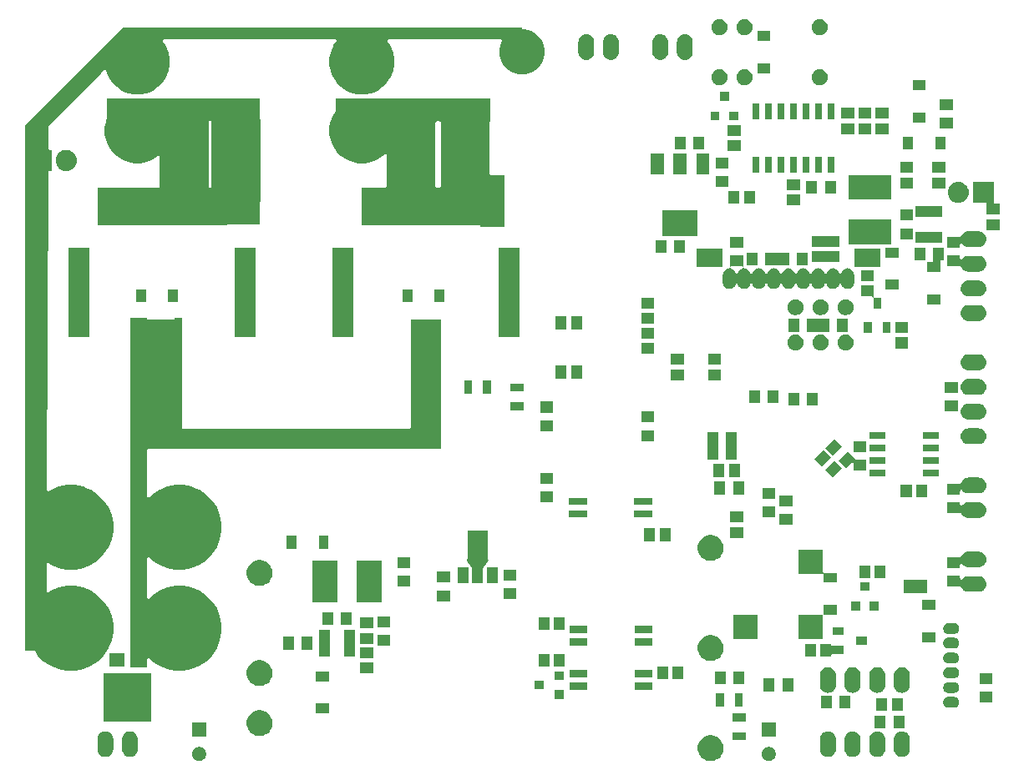
<source format=gbr>
G04 #@! TF.GenerationSoftware,KiCad,Pcbnew,(5.1.4)-1*
G04 #@! TF.CreationDate,2020-01-28T02:16:23+09:00*
G04 #@! TF.ProjectId,Electricity_Manager,456c6563-7472-4696-9369-74795f4d616e,rev?*
G04 #@! TF.SameCoordinates,Original*
G04 #@! TF.FileFunction,Soldermask,Bot*
G04 #@! TF.FilePolarity,Negative*
%FSLAX46Y46*%
G04 Gerber Fmt 4.6, Leading zero omitted, Abs format (unit mm)*
G04 Created by KiCad (PCBNEW (5.1.4)-1) date 2020-01-28 02:16:23*
%MOMM*%
%LPD*%
G04 APERTURE LIST*
%ADD10C,0.100000*%
G04 APERTURE END LIST*
D10*
G36*
X118489487Y-170908996D02*
G01*
X118726253Y-171007068D01*
X118726255Y-171007069D01*
X118854830Y-171092980D01*
X118939339Y-171149447D01*
X119120553Y-171330661D01*
X119262932Y-171543747D01*
X119361004Y-171780513D01*
X119411000Y-172031861D01*
X119411000Y-172288139D01*
X119361004Y-172539487D01*
X119295692Y-172697164D01*
X119262931Y-172776255D01*
X119120553Y-172989339D01*
X118939339Y-173170553D01*
X118726255Y-173312931D01*
X118726254Y-173312932D01*
X118726253Y-173312932D01*
X118489487Y-173411004D01*
X118238139Y-173461000D01*
X117981861Y-173461000D01*
X117730513Y-173411004D01*
X117493747Y-173312932D01*
X117493746Y-173312932D01*
X117493745Y-173312931D01*
X117280661Y-173170553D01*
X117099447Y-172989339D01*
X116957069Y-172776255D01*
X116924308Y-172697164D01*
X116858996Y-172539487D01*
X116809000Y-172288139D01*
X116809000Y-172031861D01*
X116858996Y-171780513D01*
X116957068Y-171543747D01*
X117099447Y-171330661D01*
X117280661Y-171149447D01*
X117365170Y-171092980D01*
X117493745Y-171007069D01*
X117493747Y-171007068D01*
X117730513Y-170908996D01*
X117981861Y-170859000D01*
X118238139Y-170859000D01*
X118489487Y-170908996D01*
X118489487Y-170908996D01*
G37*
G36*
X66454473Y-172075938D02*
G01*
X66582049Y-172128782D01*
X66696859Y-172205495D01*
X66794505Y-172303141D01*
X66871218Y-172417951D01*
X66924062Y-172545527D01*
X66951000Y-172680956D01*
X66951000Y-172819044D01*
X66924062Y-172954473D01*
X66871218Y-173082049D01*
X66794505Y-173196859D01*
X66696859Y-173294505D01*
X66582049Y-173371218D01*
X66454473Y-173424062D01*
X66319044Y-173451000D01*
X66180956Y-173451000D01*
X66045527Y-173424062D01*
X65917951Y-173371218D01*
X65803141Y-173294505D01*
X65705495Y-173196859D01*
X65628782Y-173082049D01*
X65575938Y-172954473D01*
X65549000Y-172819044D01*
X65549000Y-172680956D01*
X65575938Y-172545527D01*
X65628782Y-172417951D01*
X65705495Y-172303141D01*
X65803141Y-172205495D01*
X65917951Y-172128782D01*
X66045527Y-172075938D01*
X66180956Y-172049000D01*
X66319044Y-172049000D01*
X66454473Y-172075938D01*
X66454473Y-172075938D01*
G37*
G36*
X124204473Y-172075938D02*
G01*
X124332049Y-172128782D01*
X124446859Y-172205495D01*
X124544505Y-172303141D01*
X124621218Y-172417951D01*
X124674062Y-172545527D01*
X124701000Y-172680956D01*
X124701000Y-172819044D01*
X124674062Y-172954473D01*
X124621218Y-173082049D01*
X124544505Y-173196859D01*
X124446859Y-173294505D01*
X124332049Y-173371218D01*
X124204473Y-173424062D01*
X124069044Y-173451000D01*
X123930956Y-173451000D01*
X123795527Y-173424062D01*
X123667951Y-173371218D01*
X123553141Y-173294505D01*
X123455495Y-173196859D01*
X123378782Y-173082049D01*
X123325938Y-172954473D01*
X123299000Y-172819044D01*
X123299000Y-172680956D01*
X123325938Y-172545527D01*
X123378782Y-172417951D01*
X123455495Y-172303141D01*
X123553141Y-172205495D01*
X123667951Y-172128782D01*
X123795527Y-172075938D01*
X123930956Y-172049000D01*
X124069044Y-172049000D01*
X124204473Y-172075938D01*
X124204473Y-172075938D01*
G37*
G36*
X130157022Y-170460590D02*
G01*
X130257681Y-170491125D01*
X130308012Y-170506392D01*
X130387725Y-170549000D01*
X130447164Y-170580771D01*
X130569133Y-170680867D01*
X130644688Y-170772932D01*
X130669229Y-170802835D01*
X130743608Y-170941987D01*
X130746342Y-170951000D01*
X130789410Y-171092977D01*
X130801000Y-171210655D01*
X130801000Y-172289345D01*
X130789410Y-172407023D01*
X130758875Y-172507682D01*
X130743608Y-172558013D01*
X130669229Y-172697165D01*
X130569133Y-172819133D01*
X130447165Y-172919229D01*
X130308013Y-172993608D01*
X130257682Y-173008875D01*
X130157023Y-173039410D01*
X130000000Y-173054875D01*
X129842978Y-173039410D01*
X129742319Y-173008875D01*
X129691988Y-172993608D01*
X129552836Y-172919229D01*
X129430868Y-172819133D01*
X129330772Y-172697165D01*
X129256393Y-172558013D01*
X129241126Y-172507682D01*
X129210591Y-172407023D01*
X129199001Y-172289345D01*
X129199000Y-171210656D01*
X129210590Y-171092978D01*
X129241125Y-170992319D01*
X129256392Y-170941988D01*
X129330771Y-170802836D01*
X129355313Y-170772931D01*
X129430867Y-170680867D01*
X129552835Y-170580771D01*
X129612274Y-170549000D01*
X129691987Y-170506392D01*
X129742318Y-170491125D01*
X129842977Y-170460590D01*
X130000000Y-170445125D01*
X130157022Y-170460590D01*
X130157022Y-170460590D01*
G37*
G36*
X59407023Y-170460590D02*
G01*
X59507682Y-170491125D01*
X59558013Y-170506392D01*
X59697165Y-170580771D01*
X59819133Y-170680867D01*
X59919229Y-170802835D01*
X59993608Y-170941987D01*
X59996342Y-170951000D01*
X60039410Y-171092977D01*
X60051000Y-171210655D01*
X60051000Y-172289345D01*
X60039410Y-172407023D01*
X60008875Y-172507682D01*
X59993608Y-172558013D01*
X59927893Y-172680956D01*
X59919229Y-172697165D01*
X59819133Y-172819133D01*
X59697164Y-172919229D01*
X59558012Y-172993608D01*
X59507681Y-173008875D01*
X59407022Y-173039410D01*
X59250000Y-173054875D01*
X59092977Y-173039410D01*
X58992318Y-173008875D01*
X58941987Y-172993608D01*
X58802835Y-172919229D01*
X58680867Y-172819133D01*
X58580771Y-172697164D01*
X58506393Y-172558013D01*
X58506392Y-172558012D01*
X58463906Y-172417952D01*
X58460590Y-172407022D01*
X58450359Y-172303141D01*
X58449000Y-172289345D01*
X58449001Y-171210654D01*
X58460591Y-171092979D01*
X58460591Y-171092977D01*
X58503659Y-170951000D01*
X58506393Y-170941987D01*
X58580772Y-170802835D01*
X58680868Y-170680867D01*
X58802836Y-170580771D01*
X58941988Y-170506392D01*
X58992319Y-170491125D01*
X59092978Y-170460590D01*
X59250000Y-170445125D01*
X59407023Y-170460590D01*
X59407023Y-170460590D01*
G37*
G36*
X56907023Y-170460590D02*
G01*
X57007682Y-170491125D01*
X57058013Y-170506392D01*
X57197165Y-170580771D01*
X57319133Y-170680867D01*
X57419229Y-170802835D01*
X57493608Y-170941987D01*
X57496342Y-170951000D01*
X57539410Y-171092977D01*
X57551000Y-171210655D01*
X57551000Y-172289345D01*
X57539410Y-172407023D01*
X57508875Y-172507682D01*
X57493608Y-172558013D01*
X57427893Y-172680956D01*
X57419229Y-172697165D01*
X57319133Y-172819133D01*
X57197164Y-172919229D01*
X57058012Y-172993608D01*
X57007681Y-173008875D01*
X56907022Y-173039410D01*
X56750000Y-173054875D01*
X56592977Y-173039410D01*
X56492318Y-173008875D01*
X56441987Y-172993608D01*
X56302835Y-172919229D01*
X56180867Y-172819133D01*
X56080771Y-172697164D01*
X56006393Y-172558013D01*
X56006392Y-172558012D01*
X55963906Y-172417952D01*
X55960590Y-172407022D01*
X55950359Y-172303141D01*
X55949000Y-172289345D01*
X55949001Y-171210654D01*
X55960591Y-171092979D01*
X55960591Y-171092977D01*
X56003659Y-170951000D01*
X56006393Y-170941987D01*
X56080772Y-170802835D01*
X56180868Y-170680867D01*
X56302836Y-170580771D01*
X56441988Y-170506392D01*
X56492319Y-170491125D01*
X56592978Y-170460590D01*
X56750000Y-170445125D01*
X56907023Y-170460590D01*
X56907023Y-170460590D01*
G37*
G36*
X137657022Y-170460590D02*
G01*
X137757681Y-170491125D01*
X137808012Y-170506392D01*
X137887725Y-170549000D01*
X137947164Y-170580771D01*
X138069133Y-170680867D01*
X138144688Y-170772932D01*
X138169229Y-170802835D01*
X138243608Y-170941987D01*
X138246342Y-170951000D01*
X138289410Y-171092977D01*
X138301000Y-171210655D01*
X138301000Y-172289345D01*
X138289410Y-172407023D01*
X138258875Y-172507682D01*
X138243608Y-172558013D01*
X138169229Y-172697165D01*
X138069133Y-172819133D01*
X137947165Y-172919229D01*
X137808013Y-172993608D01*
X137757682Y-173008875D01*
X137657023Y-173039410D01*
X137500000Y-173054875D01*
X137342978Y-173039410D01*
X137242319Y-173008875D01*
X137191988Y-172993608D01*
X137052836Y-172919229D01*
X136930868Y-172819133D01*
X136830772Y-172697165D01*
X136756393Y-172558013D01*
X136741126Y-172507682D01*
X136710591Y-172407023D01*
X136699001Y-172289345D01*
X136699000Y-171210656D01*
X136710590Y-171092978D01*
X136741125Y-170992319D01*
X136756392Y-170941988D01*
X136830771Y-170802836D01*
X136855313Y-170772931D01*
X136930867Y-170680867D01*
X137052835Y-170580771D01*
X137112274Y-170549000D01*
X137191987Y-170506392D01*
X137242318Y-170491125D01*
X137342977Y-170460590D01*
X137500000Y-170445125D01*
X137657022Y-170460590D01*
X137657022Y-170460590D01*
G37*
G36*
X135157022Y-170460590D02*
G01*
X135257681Y-170491125D01*
X135308012Y-170506392D01*
X135387725Y-170549000D01*
X135447164Y-170580771D01*
X135569133Y-170680867D01*
X135644688Y-170772932D01*
X135669229Y-170802835D01*
X135743608Y-170941987D01*
X135746342Y-170951000D01*
X135789410Y-171092977D01*
X135801000Y-171210655D01*
X135801000Y-172289345D01*
X135789410Y-172407023D01*
X135758875Y-172507682D01*
X135743608Y-172558013D01*
X135669229Y-172697165D01*
X135569133Y-172819133D01*
X135447165Y-172919229D01*
X135308013Y-172993608D01*
X135257682Y-173008875D01*
X135157023Y-173039410D01*
X135000000Y-173054875D01*
X134842978Y-173039410D01*
X134742319Y-173008875D01*
X134691988Y-172993608D01*
X134552836Y-172919229D01*
X134430868Y-172819133D01*
X134330772Y-172697165D01*
X134256393Y-172558013D01*
X134241126Y-172507682D01*
X134210591Y-172407023D01*
X134199001Y-172289345D01*
X134199000Y-171210656D01*
X134210590Y-171092978D01*
X134241125Y-170992319D01*
X134256392Y-170941988D01*
X134330771Y-170802836D01*
X134355313Y-170772931D01*
X134430867Y-170680867D01*
X134552835Y-170580771D01*
X134612274Y-170549000D01*
X134691987Y-170506392D01*
X134742318Y-170491125D01*
X134842977Y-170460590D01*
X135000000Y-170445125D01*
X135157022Y-170460590D01*
X135157022Y-170460590D01*
G37*
G36*
X132657022Y-170460590D02*
G01*
X132757681Y-170491125D01*
X132808012Y-170506392D01*
X132887725Y-170549000D01*
X132947164Y-170580771D01*
X133069133Y-170680867D01*
X133144688Y-170772932D01*
X133169229Y-170802835D01*
X133243608Y-170941987D01*
X133246342Y-170951000D01*
X133289410Y-171092977D01*
X133301000Y-171210655D01*
X133301000Y-172289345D01*
X133289410Y-172407023D01*
X133258875Y-172507682D01*
X133243608Y-172558013D01*
X133169229Y-172697165D01*
X133069133Y-172819133D01*
X132947165Y-172919229D01*
X132808013Y-172993608D01*
X132757682Y-173008875D01*
X132657023Y-173039410D01*
X132500000Y-173054875D01*
X132342978Y-173039410D01*
X132242319Y-173008875D01*
X132191988Y-172993608D01*
X132052836Y-172919229D01*
X131930868Y-172819133D01*
X131830772Y-172697165D01*
X131756393Y-172558013D01*
X131741126Y-172507682D01*
X131710591Y-172407023D01*
X131699001Y-172289345D01*
X131699000Y-171210656D01*
X131710590Y-171092978D01*
X131741125Y-170992319D01*
X131756392Y-170941988D01*
X131830771Y-170802836D01*
X131855313Y-170772931D01*
X131930867Y-170680867D01*
X132052835Y-170580771D01*
X132112274Y-170549000D01*
X132191987Y-170506392D01*
X132242318Y-170491125D01*
X132342977Y-170460590D01*
X132500000Y-170445125D01*
X132657022Y-170460590D01*
X132657022Y-170460590D01*
G37*
G36*
X121701000Y-171351000D02*
G01*
X120299000Y-171351000D01*
X120299000Y-170549000D01*
X121701000Y-170549000D01*
X121701000Y-171351000D01*
X121701000Y-171351000D01*
G37*
G36*
X66951000Y-170951000D02*
G01*
X65549000Y-170951000D01*
X65549000Y-169549000D01*
X66951000Y-169549000D01*
X66951000Y-170951000D01*
X66951000Y-170951000D01*
G37*
G36*
X124701000Y-170951000D02*
G01*
X123299000Y-170951000D01*
X123299000Y-169549000D01*
X124701000Y-169549000D01*
X124701000Y-170951000D01*
X124701000Y-170951000D01*
G37*
G36*
X72769487Y-168368996D02*
G01*
X73006253Y-168467068D01*
X73006255Y-168467069D01*
X73219339Y-168609447D01*
X73400553Y-168790661D01*
X73542932Y-169003747D01*
X73641004Y-169240513D01*
X73691000Y-169491861D01*
X73691000Y-169748139D01*
X73641004Y-169999487D01*
X73578245Y-170151000D01*
X73542931Y-170236255D01*
X73400553Y-170449339D01*
X73219339Y-170630553D01*
X73006255Y-170772931D01*
X73006254Y-170772932D01*
X73006253Y-170772932D01*
X72769487Y-170871004D01*
X72518139Y-170921000D01*
X72261861Y-170921000D01*
X72010513Y-170871004D01*
X71773747Y-170772932D01*
X71773746Y-170772932D01*
X71773745Y-170772931D01*
X71560661Y-170630553D01*
X71379447Y-170449339D01*
X71237069Y-170236255D01*
X71201755Y-170151000D01*
X71138996Y-169999487D01*
X71089000Y-169748139D01*
X71089000Y-169491861D01*
X71138996Y-169240513D01*
X71237068Y-169003747D01*
X71379447Y-168790661D01*
X71560661Y-168609447D01*
X71773745Y-168467069D01*
X71773747Y-168467068D01*
X72010513Y-168368996D01*
X72261861Y-168319000D01*
X72518139Y-168319000D01*
X72769487Y-168368996D01*
X72769487Y-168368996D01*
G37*
G36*
X135851000Y-170151000D02*
G01*
X134749000Y-170151000D01*
X134749000Y-168849000D01*
X135851000Y-168849000D01*
X135851000Y-170151000D01*
X135851000Y-170151000D01*
G37*
G36*
X137731000Y-170151000D02*
G01*
X136629000Y-170151000D01*
X136629000Y-168849000D01*
X137731000Y-168849000D01*
X137731000Y-170151000D01*
X137731000Y-170151000D01*
G37*
G36*
X61411000Y-169491000D02*
G01*
X56589000Y-169491000D01*
X56589000Y-164589000D01*
X61411000Y-164589000D01*
X61411000Y-169491000D01*
X61411000Y-169491000D01*
G37*
G36*
X121701000Y-169451000D02*
G01*
X120299000Y-169451000D01*
X120299000Y-168649000D01*
X121701000Y-168649000D01*
X121701000Y-169451000D01*
X121701000Y-169451000D01*
G37*
G36*
X79411000Y-168641000D02*
G01*
X78089000Y-168641000D01*
X78089000Y-167629000D01*
X79411000Y-167629000D01*
X79411000Y-168641000D01*
X79411000Y-168641000D01*
G37*
G36*
X137581000Y-168401000D02*
G01*
X136479000Y-168401000D01*
X136479000Y-167099000D01*
X137581000Y-167099000D01*
X137581000Y-168401000D01*
X137581000Y-168401000D01*
G37*
G36*
X136021000Y-168401000D02*
G01*
X134919000Y-168401000D01*
X134919000Y-167099000D01*
X136021000Y-167099000D01*
X136021000Y-168401000D01*
X136021000Y-168401000D01*
G37*
G36*
X130371000Y-168151000D02*
G01*
X129269000Y-168151000D01*
X129269000Y-166849000D01*
X130371000Y-166849000D01*
X130371000Y-168151000D01*
X130371000Y-168151000D01*
G37*
G36*
X132251000Y-168151000D02*
G01*
X131149000Y-168151000D01*
X131149000Y-166849000D01*
X132251000Y-166849000D01*
X132251000Y-168151000D01*
X132251000Y-168151000D01*
G37*
G36*
X142870015Y-166956973D02*
G01*
X142973879Y-166988479D01*
X143001055Y-167003005D01*
X143069600Y-167039643D01*
X143153501Y-167108499D01*
X143222357Y-167192400D01*
X143258995Y-167260945D01*
X143273521Y-167288121D01*
X143305027Y-167391985D01*
X143315666Y-167500000D01*
X143305027Y-167608015D01*
X143273521Y-167711879D01*
X143273519Y-167711882D01*
X143222357Y-167807600D01*
X143153501Y-167891501D01*
X143069600Y-167960357D01*
X143001055Y-167996995D01*
X142973879Y-168011521D01*
X142870015Y-168043027D01*
X142789067Y-168051000D01*
X142210933Y-168051000D01*
X142129985Y-168043027D01*
X142026121Y-168011521D01*
X141998945Y-167996995D01*
X141930400Y-167960357D01*
X141846499Y-167891501D01*
X141777643Y-167807600D01*
X141726481Y-167711882D01*
X141726479Y-167711879D01*
X141694973Y-167608015D01*
X141684334Y-167500000D01*
X141694973Y-167391985D01*
X141726479Y-167288121D01*
X141741005Y-167260945D01*
X141777643Y-167192400D01*
X141846499Y-167108499D01*
X141930400Y-167039643D01*
X141998945Y-167003005D01*
X142026121Y-166988479D01*
X142129985Y-166956973D01*
X142210933Y-166949000D01*
X142789067Y-166949000D01*
X142870015Y-166956973D01*
X142870015Y-166956973D01*
G37*
G36*
X121351000Y-167951000D02*
G01*
X120549000Y-167951000D01*
X120549000Y-166549000D01*
X121351000Y-166549000D01*
X121351000Y-167951000D01*
X121351000Y-167951000D01*
G37*
G36*
X119451000Y-167951000D02*
G01*
X118649000Y-167951000D01*
X118649000Y-166549000D01*
X119451000Y-166549000D01*
X119451000Y-167951000D01*
X119451000Y-167951000D01*
G37*
G36*
X146651000Y-167501000D02*
G01*
X145349000Y-167501000D01*
X145349000Y-166399000D01*
X146651000Y-166399000D01*
X146651000Y-167501000D01*
X146651000Y-167501000D01*
G37*
G36*
X103201810Y-167151050D02*
G01*
X102299710Y-167151050D01*
X102299710Y-166248950D01*
X103201810Y-166248950D01*
X103201810Y-167151050D01*
X103201810Y-167151050D01*
G37*
G36*
X130157023Y-163960590D02*
G01*
X130248961Y-163988479D01*
X130308013Y-164006392D01*
X130447165Y-164080771D01*
X130569133Y-164180867D01*
X130669229Y-164302835D01*
X130743608Y-164441987D01*
X130743608Y-164441988D01*
X130789410Y-164592977D01*
X130801000Y-164710655D01*
X130801000Y-165789345D01*
X130789410Y-165907023D01*
X130761206Y-166000000D01*
X130743608Y-166058013D01*
X130716882Y-166108013D01*
X130669229Y-166197165D01*
X130569133Y-166319133D01*
X130480951Y-166391501D01*
X130447164Y-166419229D01*
X130308012Y-166493608D01*
X130257681Y-166508875D01*
X130157022Y-166539410D01*
X130000000Y-166554875D01*
X129842977Y-166539410D01*
X129742318Y-166508875D01*
X129691987Y-166493608D01*
X129552835Y-166419229D01*
X129519048Y-166391501D01*
X129430867Y-166319133D01*
X129330771Y-166197164D01*
X129256392Y-166058012D01*
X129238795Y-166000000D01*
X129210590Y-165907022D01*
X129199000Y-165789344D01*
X129199001Y-164710655D01*
X129210591Y-164592977D01*
X129256393Y-164441988D01*
X129256393Y-164441987D01*
X129330772Y-164302835D01*
X129430868Y-164180867D01*
X129552836Y-164080771D01*
X129691988Y-164006392D01*
X129751040Y-163988479D01*
X129842978Y-163960590D01*
X130000000Y-163945125D01*
X130157023Y-163960590D01*
X130157023Y-163960590D01*
G37*
G36*
X132657023Y-163960590D02*
G01*
X132748961Y-163988479D01*
X132808013Y-164006392D01*
X132947165Y-164080771D01*
X133069133Y-164180867D01*
X133169229Y-164302835D01*
X133243608Y-164441987D01*
X133243608Y-164441988D01*
X133289410Y-164592977D01*
X133301000Y-164710655D01*
X133301000Y-165789345D01*
X133289410Y-165907023D01*
X133261206Y-166000000D01*
X133243608Y-166058013D01*
X133216882Y-166108013D01*
X133169229Y-166197165D01*
X133069133Y-166319133D01*
X132980951Y-166391501D01*
X132947164Y-166419229D01*
X132808012Y-166493608D01*
X132757681Y-166508875D01*
X132657022Y-166539410D01*
X132500000Y-166554875D01*
X132342977Y-166539410D01*
X132242318Y-166508875D01*
X132191987Y-166493608D01*
X132052835Y-166419229D01*
X132019048Y-166391501D01*
X131930867Y-166319133D01*
X131830771Y-166197164D01*
X131756392Y-166058012D01*
X131738795Y-166000000D01*
X131710590Y-165907022D01*
X131699000Y-165789344D01*
X131699001Y-164710655D01*
X131710591Y-164592977D01*
X131756393Y-164441988D01*
X131756393Y-164441987D01*
X131830772Y-164302835D01*
X131930868Y-164180867D01*
X132052836Y-164080771D01*
X132191988Y-164006392D01*
X132251040Y-163988479D01*
X132342978Y-163960590D01*
X132500000Y-163945125D01*
X132657023Y-163960590D01*
X132657023Y-163960590D01*
G37*
G36*
X135157023Y-163960590D02*
G01*
X135248961Y-163988479D01*
X135308013Y-164006392D01*
X135447165Y-164080771D01*
X135569133Y-164180867D01*
X135669229Y-164302835D01*
X135743608Y-164441987D01*
X135743608Y-164441988D01*
X135789410Y-164592977D01*
X135801000Y-164710655D01*
X135801000Y-165789345D01*
X135789410Y-165907023D01*
X135761206Y-166000000D01*
X135743608Y-166058013D01*
X135716882Y-166108013D01*
X135669229Y-166197165D01*
X135569133Y-166319133D01*
X135480951Y-166391501D01*
X135447164Y-166419229D01*
X135308012Y-166493608D01*
X135257681Y-166508875D01*
X135157022Y-166539410D01*
X135000000Y-166554875D01*
X134842977Y-166539410D01*
X134742318Y-166508875D01*
X134691987Y-166493608D01*
X134552835Y-166419229D01*
X134519048Y-166391501D01*
X134430867Y-166319133D01*
X134330771Y-166197164D01*
X134256392Y-166058012D01*
X134238795Y-166000000D01*
X134210590Y-165907022D01*
X134199000Y-165789344D01*
X134199001Y-164710655D01*
X134210591Y-164592977D01*
X134256393Y-164441988D01*
X134256393Y-164441987D01*
X134330772Y-164302835D01*
X134430868Y-164180867D01*
X134552836Y-164080771D01*
X134691988Y-164006392D01*
X134751040Y-163988479D01*
X134842978Y-163960590D01*
X135000000Y-163945125D01*
X135157023Y-163960590D01*
X135157023Y-163960590D01*
G37*
G36*
X137657023Y-163960590D02*
G01*
X137748961Y-163988479D01*
X137808013Y-164006392D01*
X137947165Y-164080771D01*
X138069133Y-164180867D01*
X138169229Y-164302835D01*
X138243608Y-164441987D01*
X138243608Y-164441988D01*
X138289410Y-164592977D01*
X138301000Y-164710655D01*
X138301000Y-165789345D01*
X138289410Y-165907023D01*
X138261206Y-166000000D01*
X138243608Y-166058013D01*
X138216882Y-166108013D01*
X138169229Y-166197165D01*
X138069133Y-166319133D01*
X137980951Y-166391501D01*
X137947164Y-166419229D01*
X137808012Y-166493608D01*
X137757681Y-166508875D01*
X137657022Y-166539410D01*
X137500000Y-166554875D01*
X137342977Y-166539410D01*
X137242318Y-166508875D01*
X137191987Y-166493608D01*
X137052835Y-166419229D01*
X137019048Y-166391501D01*
X136930867Y-166319133D01*
X136830771Y-166197164D01*
X136756392Y-166058012D01*
X136738795Y-166000000D01*
X136710590Y-165907022D01*
X136699000Y-165789344D01*
X136699001Y-164710655D01*
X136710591Y-164592977D01*
X136756393Y-164441988D01*
X136756393Y-164441987D01*
X136830772Y-164302835D01*
X136930868Y-164180867D01*
X137052836Y-164080771D01*
X137191988Y-164006392D01*
X137251040Y-163988479D01*
X137342978Y-163960590D01*
X137500000Y-163945125D01*
X137657023Y-163960590D01*
X137657023Y-163960590D01*
G37*
G36*
X142870015Y-165456973D02*
G01*
X142973879Y-165488479D01*
X143001055Y-165503005D01*
X143069600Y-165539643D01*
X143153501Y-165608499D01*
X143222357Y-165692400D01*
X143258995Y-165760945D01*
X143273521Y-165788121D01*
X143305027Y-165891985D01*
X143315666Y-166000000D01*
X143305027Y-166108015D01*
X143273521Y-166211879D01*
X143273519Y-166211882D01*
X143222357Y-166307600D01*
X143153501Y-166391501D01*
X143069600Y-166460357D01*
X143007391Y-166493608D01*
X142973879Y-166511521D01*
X142870015Y-166543027D01*
X142789067Y-166551000D01*
X142210933Y-166551000D01*
X142129985Y-166543027D01*
X142026121Y-166511521D01*
X141992609Y-166493608D01*
X141930400Y-166460357D01*
X141846499Y-166391501D01*
X141777643Y-166307600D01*
X141726481Y-166211882D01*
X141726479Y-166211879D01*
X141694973Y-166108015D01*
X141684334Y-166000000D01*
X141694973Y-165891985D01*
X141726479Y-165788121D01*
X141741005Y-165760945D01*
X141777643Y-165692400D01*
X141846499Y-165608499D01*
X141930400Y-165539643D01*
X141998945Y-165503005D01*
X142026121Y-165488479D01*
X142129985Y-165456973D01*
X142210933Y-165449000D01*
X142789067Y-165449000D01*
X142870015Y-165456973D01*
X142870015Y-165456973D01*
G37*
G36*
X124601000Y-166401000D02*
G01*
X123499000Y-166401000D01*
X123499000Y-165099000D01*
X124601000Y-165099000D01*
X124601000Y-166401000D01*
X124601000Y-166401000D01*
G37*
G36*
X126481000Y-166401000D02*
G01*
X125379000Y-166401000D01*
X125379000Y-165099000D01*
X126481000Y-165099000D01*
X126481000Y-166401000D01*
X126481000Y-166401000D01*
G37*
G36*
X105601000Y-166261000D02*
G01*
X103799000Y-166261000D01*
X103799000Y-165509000D01*
X105601000Y-165509000D01*
X105601000Y-166261000D01*
X105601000Y-166261000D01*
G37*
G36*
X112201000Y-166261000D02*
G01*
X110399000Y-166261000D01*
X110399000Y-165509000D01*
X112201000Y-165509000D01*
X112201000Y-166261000D01*
X112201000Y-166261000D01*
G37*
G36*
X101202830Y-166201050D02*
G01*
X100300730Y-166201050D01*
X100300730Y-165298950D01*
X101202830Y-165298950D01*
X101202830Y-166201050D01*
X101202830Y-166201050D01*
G37*
G36*
X72769487Y-163288996D02*
G01*
X73006253Y-163387068D01*
X73006255Y-163387069D01*
X73192508Y-163511519D01*
X73219339Y-163529447D01*
X73400553Y-163710661D01*
X73542932Y-163923747D01*
X73641004Y-164160513D01*
X73691000Y-164411861D01*
X73691000Y-164668139D01*
X73641004Y-164919487D01*
X73624075Y-164960356D01*
X73542931Y-165156255D01*
X73400553Y-165369339D01*
X73219339Y-165550553D01*
X73006255Y-165692931D01*
X73006254Y-165692932D01*
X73006253Y-165692932D01*
X72769487Y-165791004D01*
X72518139Y-165841000D01*
X72261861Y-165841000D01*
X72010513Y-165791004D01*
X71773747Y-165692932D01*
X71773746Y-165692932D01*
X71773745Y-165692931D01*
X71560661Y-165550553D01*
X71379447Y-165369339D01*
X71237069Y-165156255D01*
X71155925Y-164960356D01*
X71138996Y-164919487D01*
X71089000Y-164668139D01*
X71089000Y-164411861D01*
X71138996Y-164160513D01*
X71237068Y-163923747D01*
X71379447Y-163710661D01*
X71560661Y-163529447D01*
X71587492Y-163511519D01*
X71773745Y-163387069D01*
X71773747Y-163387068D01*
X72010513Y-163288996D01*
X72261861Y-163239000D01*
X72518139Y-163239000D01*
X72769487Y-163288996D01*
X72769487Y-163288996D01*
G37*
G36*
X119621000Y-165651000D02*
G01*
X118519000Y-165651000D01*
X118519000Y-164349000D01*
X119621000Y-164349000D01*
X119621000Y-165651000D01*
X119621000Y-165651000D01*
G37*
G36*
X121501000Y-165651000D02*
G01*
X120399000Y-165651000D01*
X120399000Y-164349000D01*
X121501000Y-164349000D01*
X121501000Y-165651000D01*
X121501000Y-165651000D01*
G37*
G36*
X146651000Y-165621000D02*
G01*
X145349000Y-165621000D01*
X145349000Y-164519000D01*
X146651000Y-164519000D01*
X146651000Y-165621000D01*
X146651000Y-165621000D01*
G37*
G36*
X79411000Y-165371000D02*
G01*
X78089000Y-165371000D01*
X78089000Y-164359000D01*
X79411000Y-164359000D01*
X79411000Y-165371000D01*
X79411000Y-165371000D01*
G37*
G36*
X103201810Y-165251050D02*
G01*
X102299710Y-165251050D01*
X102299710Y-164348950D01*
X103201810Y-164348950D01*
X103201810Y-165251050D01*
X103201810Y-165251050D01*
G37*
G36*
X113771000Y-165151000D02*
G01*
X112669000Y-165151000D01*
X112669000Y-163849000D01*
X113771000Y-163849000D01*
X113771000Y-165151000D01*
X113771000Y-165151000D01*
G37*
G36*
X115331000Y-165151000D02*
G01*
X114229000Y-165151000D01*
X114229000Y-163849000D01*
X115331000Y-163849000D01*
X115331000Y-165151000D01*
X115331000Y-165151000D01*
G37*
G36*
X142870015Y-163956973D02*
G01*
X142973879Y-163988479D01*
X142983944Y-163993859D01*
X143069600Y-164039643D01*
X143153501Y-164108499D01*
X143222357Y-164192400D01*
X143247265Y-164239000D01*
X143273521Y-164288121D01*
X143305027Y-164391985D01*
X143315666Y-164500000D01*
X143305027Y-164608015D01*
X143273521Y-164711879D01*
X143273519Y-164711882D01*
X143222357Y-164807600D01*
X143153501Y-164891501D01*
X143069600Y-164960357D01*
X143001055Y-164996995D01*
X142973879Y-165011521D01*
X142870015Y-165043027D01*
X142789067Y-165051000D01*
X142210933Y-165051000D01*
X142129985Y-165043027D01*
X142026121Y-165011521D01*
X141998945Y-164996995D01*
X141930400Y-164960357D01*
X141846499Y-164891501D01*
X141777643Y-164807600D01*
X141726481Y-164711882D01*
X141726479Y-164711879D01*
X141694973Y-164608015D01*
X141684334Y-164500000D01*
X141694973Y-164391985D01*
X141726479Y-164288121D01*
X141752735Y-164239000D01*
X141777643Y-164192400D01*
X141846499Y-164108499D01*
X141930400Y-164039643D01*
X142016056Y-163993859D01*
X142026121Y-163988479D01*
X142129985Y-163956973D01*
X142210933Y-163949000D01*
X142789067Y-163949000D01*
X142870015Y-163956973D01*
X142870015Y-163956973D01*
G37*
G36*
X105601000Y-164991000D02*
G01*
X103799000Y-164991000D01*
X103799000Y-164239000D01*
X105601000Y-164239000D01*
X105601000Y-164991000D01*
X105601000Y-164991000D01*
G37*
G36*
X112201000Y-164991000D02*
G01*
X110399000Y-164991000D01*
X110399000Y-164239000D01*
X112201000Y-164239000D01*
X112201000Y-164991000D01*
X112201000Y-164991000D01*
G37*
G36*
X83901000Y-164581000D02*
G01*
X82599000Y-164581000D01*
X82599000Y-163479000D01*
X83901000Y-163479000D01*
X83901000Y-164581000D01*
X83901000Y-164581000D01*
G37*
G36*
X61000000Y-128574001D02*
G01*
X61002402Y-128598387D01*
X61009515Y-128621836D01*
X61021066Y-128643447D01*
X61036611Y-128662389D01*
X61055553Y-128677934D01*
X61077164Y-128689485D01*
X61100613Y-128696598D01*
X61124999Y-128699000D01*
X63625001Y-128699000D01*
X63649387Y-128696598D01*
X63672836Y-128689485D01*
X63694447Y-128677934D01*
X63713389Y-128662389D01*
X63728934Y-128643447D01*
X63740485Y-128621836D01*
X63747598Y-128598387D01*
X63750000Y-128574001D01*
X63750000Y-128500000D01*
X64500000Y-128500000D01*
X64500000Y-139625001D01*
X64502402Y-139649387D01*
X64509515Y-139672836D01*
X64521066Y-139694447D01*
X64536611Y-139713389D01*
X64555553Y-139728934D01*
X64577164Y-139740485D01*
X64600613Y-139747598D01*
X64624999Y-139750000D01*
X87574001Y-139750000D01*
X87598387Y-139747598D01*
X87621836Y-139740485D01*
X87643447Y-139728934D01*
X87662389Y-139713389D01*
X87677934Y-139694447D01*
X87689485Y-139672836D01*
X87696598Y-139649387D01*
X87699000Y-139625001D01*
X87699000Y-128699000D01*
X90801000Y-128699000D01*
X90801000Y-141801000D01*
X87674198Y-141801000D01*
X87662389Y-141786611D01*
X87643447Y-141771066D01*
X87621836Y-141759515D01*
X87598387Y-141752402D01*
X87574001Y-141750000D01*
X64175999Y-141750000D01*
X64151613Y-141752402D01*
X64128164Y-141759515D01*
X64106553Y-141771066D01*
X64087611Y-141786611D01*
X64075802Y-141801000D01*
X61124999Y-141801000D01*
X61100613Y-141803402D01*
X61077164Y-141810515D01*
X61055553Y-141822066D01*
X61036611Y-141837611D01*
X61021066Y-141856553D01*
X61009515Y-141878164D01*
X61002402Y-141901613D01*
X61000000Y-141925999D01*
X61000000Y-146615693D01*
X61002402Y-146640079D01*
X61009515Y-146663528D01*
X61021066Y-146685139D01*
X61036611Y-146704081D01*
X61055553Y-146719626D01*
X61077164Y-146731177D01*
X61100613Y-146738290D01*
X61124999Y-146740692D01*
X61149385Y-146738290D01*
X61172834Y-146731177D01*
X61194445Y-146719626D01*
X61213381Y-146704086D01*
X61508272Y-146409195D01*
X62212712Y-145938503D01*
X62527745Y-145808012D01*
X62995446Y-145614284D01*
X63826387Y-145449000D01*
X64673613Y-145449000D01*
X65504554Y-145614284D01*
X65972255Y-145808012D01*
X66287288Y-145938503D01*
X66991728Y-146409195D01*
X67590805Y-147008272D01*
X68061497Y-147712712D01*
X68061498Y-147712714D01*
X68385716Y-148495446D01*
X68551000Y-149326387D01*
X68551000Y-150173613D01*
X68385716Y-151004554D01*
X68385715Y-151004556D01*
X68061497Y-151787288D01*
X67590805Y-152491728D01*
X66991728Y-153090805D01*
X66287288Y-153561497D01*
X66287287Y-153561498D01*
X66287286Y-153561498D01*
X65504554Y-153885716D01*
X64673613Y-154051000D01*
X63826387Y-154051000D01*
X62995446Y-153885716D01*
X62212714Y-153561498D01*
X62212713Y-153561498D01*
X62212712Y-153561497D01*
X61508272Y-153090805D01*
X61213381Y-152795914D01*
X61194445Y-152780374D01*
X61172834Y-152768823D01*
X61149385Y-152761710D01*
X61124999Y-152759308D01*
X61100613Y-152761710D01*
X61077164Y-152768823D01*
X61055553Y-152780374D01*
X61036611Y-152795919D01*
X61021066Y-152814861D01*
X61009515Y-152836472D01*
X61002402Y-152859921D01*
X61000000Y-152884307D01*
X61000000Y-156865693D01*
X61002402Y-156890079D01*
X61009515Y-156913528D01*
X61021066Y-156935139D01*
X61036611Y-156954081D01*
X61055553Y-156969626D01*
X61077164Y-156981177D01*
X61100613Y-156988290D01*
X61124999Y-156990692D01*
X61149385Y-156988290D01*
X61172834Y-156981177D01*
X61194445Y-156969626D01*
X61213381Y-156954086D01*
X61508272Y-156659195D01*
X62212712Y-156188503D01*
X62212714Y-156188502D01*
X62995446Y-155864284D01*
X63826387Y-155699000D01*
X64673613Y-155699000D01*
X65504554Y-155864284D01*
X66287286Y-156188502D01*
X66287288Y-156188503D01*
X66991728Y-156659195D01*
X67590805Y-157258272D01*
X68061497Y-157962712D01*
X68061498Y-157962714D01*
X68385716Y-158745446D01*
X68551000Y-159576387D01*
X68551000Y-160423613D01*
X68385716Y-161254554D01*
X68093363Y-161960356D01*
X68061497Y-162037288D01*
X67590805Y-162741728D01*
X66991728Y-163340805D01*
X66287288Y-163811497D01*
X66287287Y-163811498D01*
X66287286Y-163811498D01*
X65504554Y-164135716D01*
X64673613Y-164301000D01*
X63826387Y-164301000D01*
X62995446Y-164135716D01*
X62212714Y-163811498D01*
X62212713Y-163811498D01*
X62212712Y-163811497D01*
X61508272Y-163340805D01*
X61213381Y-163045914D01*
X61194445Y-163030374D01*
X61172834Y-163018823D01*
X61149385Y-163011710D01*
X61124999Y-163009308D01*
X61100613Y-163011710D01*
X61077164Y-163018823D01*
X61055553Y-163030374D01*
X61036611Y-163045919D01*
X61021066Y-163064861D01*
X61009515Y-163086472D01*
X61002402Y-163109921D01*
X61000000Y-163134307D01*
X61000000Y-164000000D01*
X59250000Y-164000000D01*
X59250000Y-128500000D01*
X61000000Y-128500000D01*
X61000000Y-128574001D01*
X61000000Y-128574001D01*
G37*
G36*
X99000000Y-99073561D02*
G01*
X99002402Y-99097947D01*
X99009515Y-99121396D01*
X99021066Y-99143007D01*
X99036611Y-99161949D01*
X99055553Y-99177494D01*
X99077164Y-99189045D01*
X99100613Y-99196158D01*
X99124999Y-99198560D01*
X99226673Y-99198560D01*
X99671304Y-99287002D01*
X100090139Y-99460489D01*
X100090141Y-99460490D01*
X100176592Y-99518255D01*
X100464442Y-99710590D01*
X100467083Y-99712355D01*
X100787645Y-100032917D01*
X101030073Y-100395735D01*
X101039511Y-100409861D01*
X101212998Y-100828696D01*
X101301440Y-101273327D01*
X101301440Y-101726673D01*
X101212998Y-102171304D01*
X101039511Y-102590139D01*
X100787646Y-102967082D01*
X100467082Y-103287646D01*
X100375265Y-103348996D01*
X100090141Y-103539510D01*
X100090140Y-103539511D01*
X100090139Y-103539511D01*
X99671304Y-103712998D01*
X99226673Y-103801440D01*
X98773327Y-103801440D01*
X98328696Y-103712998D01*
X97909861Y-103539511D01*
X97909860Y-103539511D01*
X97909859Y-103539510D01*
X97624735Y-103348996D01*
X97532918Y-103287646D01*
X97212354Y-102967082D01*
X96960489Y-102590139D01*
X96787002Y-102171304D01*
X96698560Y-101726673D01*
X96698560Y-101273327D01*
X96787002Y-100828695D01*
X96955115Y-100422834D01*
X96962228Y-100399385D01*
X96964630Y-100374999D01*
X96962228Y-100350613D01*
X96955115Y-100327164D01*
X96943564Y-100305553D01*
X96928019Y-100286611D01*
X96909077Y-100271066D01*
X96887466Y-100259515D01*
X96864017Y-100252402D01*
X96839631Y-100250000D01*
X85450533Y-100250000D01*
X85426147Y-100252402D01*
X85402698Y-100259515D01*
X85381087Y-100271066D01*
X85362145Y-100286611D01*
X85346600Y-100305553D01*
X85335049Y-100327164D01*
X85327936Y-100350613D01*
X85325534Y-100374999D01*
X85327936Y-100399385D01*
X85335049Y-100422834D01*
X85346596Y-100444438D01*
X85603349Y-100828696D01*
X85675309Y-100936392D01*
X85924145Y-101537135D01*
X86051000Y-102174879D01*
X86051000Y-102825121D01*
X85924145Y-103462865D01*
X85701687Y-103999925D01*
X85675308Y-104063610D01*
X85314054Y-104604265D01*
X84854265Y-105064054D01*
X84313610Y-105425308D01*
X84313609Y-105425309D01*
X84313608Y-105425309D01*
X83712865Y-105674145D01*
X83075121Y-105801000D01*
X82424879Y-105801000D01*
X81787135Y-105674145D01*
X81186392Y-105425309D01*
X81186391Y-105425309D01*
X81186390Y-105425308D01*
X80645735Y-105064054D01*
X80185946Y-104604265D01*
X79824692Y-104063610D01*
X79798313Y-103999925D01*
X79575855Y-103462865D01*
X79449000Y-102825121D01*
X79449000Y-102174879D01*
X79575855Y-101537135D01*
X79824691Y-100936392D01*
X79896651Y-100828696D01*
X80153404Y-100444438D01*
X80164951Y-100422834D01*
X80172064Y-100399385D01*
X80174466Y-100374999D01*
X80172064Y-100350613D01*
X80164951Y-100327164D01*
X80153400Y-100305553D01*
X80137855Y-100286611D01*
X80118913Y-100271066D01*
X80097302Y-100259515D01*
X80073853Y-100252402D01*
X80049467Y-100250000D01*
X62700533Y-100250000D01*
X62676147Y-100252402D01*
X62652698Y-100259515D01*
X62631087Y-100271066D01*
X62612145Y-100286611D01*
X62596600Y-100305553D01*
X62585049Y-100327164D01*
X62577936Y-100350613D01*
X62575534Y-100374999D01*
X62577936Y-100399385D01*
X62585049Y-100422834D01*
X62596596Y-100444438D01*
X62853349Y-100828696D01*
X62925309Y-100936392D01*
X63174145Y-101537135D01*
X63301000Y-102174879D01*
X63301000Y-102825121D01*
X63174145Y-103462865D01*
X62951687Y-103999925D01*
X62925308Y-104063610D01*
X62564054Y-104604265D01*
X62104265Y-105064054D01*
X61563610Y-105425308D01*
X61563609Y-105425309D01*
X61563608Y-105425309D01*
X60962865Y-105674145D01*
X60325121Y-105801000D01*
X59674879Y-105801000D01*
X59037135Y-105674145D01*
X58436392Y-105425309D01*
X58436391Y-105425309D01*
X58436390Y-105425308D01*
X57895735Y-105064054D01*
X57435946Y-104604265D01*
X57074692Y-104063610D01*
X57048313Y-103999925D01*
X56825855Y-103462865D01*
X56819028Y-103428543D01*
X56811915Y-103405094D01*
X56800364Y-103383483D01*
X56784819Y-103364541D01*
X56765877Y-103348996D01*
X56744267Y-103337444D01*
X56720818Y-103330331D01*
X56696432Y-103327929D01*
X56672046Y-103330331D01*
X56648597Y-103337444D01*
X56626986Y-103348995D01*
X56604833Y-103367872D01*
X56301165Y-103694900D01*
X56250000Y-103750000D01*
X51036369Y-108963631D01*
X51020824Y-108982573D01*
X51009273Y-109004184D01*
X51002160Y-109027633D01*
X50999759Y-109051432D01*
X50989168Y-111307414D01*
X50991456Y-111331811D01*
X50998459Y-111355293D01*
X51009908Y-111376958D01*
X51025364Y-111395973D01*
X51044233Y-111411607D01*
X51065789Y-111423259D01*
X51089205Y-111430482D01*
X51114166Y-111433000D01*
X51317000Y-111433000D01*
X51317000Y-113567000D01*
X51102973Y-113567000D01*
X51078587Y-113569402D01*
X51055138Y-113576515D01*
X51033527Y-113588066D01*
X51014585Y-113603611D01*
X50999040Y-113622553D01*
X50987489Y-113644164D01*
X50980376Y-113667613D01*
X50977975Y-113691412D01*
X50826469Y-145962139D01*
X50828757Y-145986536D01*
X50835760Y-146010018D01*
X50847209Y-146031683D01*
X50862665Y-146050698D01*
X50881534Y-146066332D01*
X50903090Y-146077984D01*
X50926506Y-146085207D01*
X50950880Y-146087724D01*
X50975277Y-146085436D01*
X50998759Y-146078433D01*
X51020913Y-146066659D01*
X51149355Y-145980837D01*
X51212712Y-145938503D01*
X51527745Y-145808012D01*
X51995446Y-145614284D01*
X52826387Y-145449000D01*
X53673613Y-145449000D01*
X54504554Y-145614284D01*
X54972255Y-145808012D01*
X55287288Y-145938503D01*
X55991728Y-146409195D01*
X56590805Y-147008272D01*
X57061497Y-147712712D01*
X57061498Y-147712714D01*
X57385716Y-148495446D01*
X57551000Y-149326387D01*
X57551000Y-150173613D01*
X57385716Y-151004554D01*
X57385715Y-151004556D01*
X57061497Y-151787288D01*
X56590805Y-152491728D01*
X55991728Y-153090805D01*
X55287288Y-153561497D01*
X55287287Y-153561498D01*
X55287286Y-153561498D01*
X54504554Y-153885716D01*
X53673613Y-154051000D01*
X52826387Y-154051000D01*
X51995446Y-153885716D01*
X51212714Y-153561498D01*
X51212713Y-153561498D01*
X51212712Y-153561497D01*
X50985463Y-153409654D01*
X50963852Y-153398103D01*
X50940403Y-153390990D01*
X50916017Y-153388588D01*
X50891631Y-153390990D01*
X50868182Y-153398103D01*
X50846571Y-153409654D01*
X50827629Y-153425199D01*
X50812084Y-153444141D01*
X50800533Y-153465752D01*
X50793420Y-153489201D01*
X50791019Y-153513000D01*
X50789070Y-153928013D01*
X50778458Y-156188503D01*
X50778195Y-156244395D01*
X50780483Y-156268792D01*
X50787486Y-156292274D01*
X50798935Y-156313939D01*
X50814391Y-156332954D01*
X50833260Y-156348588D01*
X50854816Y-156360240D01*
X50878232Y-156367463D01*
X50902606Y-156369980D01*
X50927003Y-156367692D01*
X50950485Y-156360689D01*
X50972639Y-156348915D01*
X51024984Y-156313939D01*
X51212712Y-156188503D01*
X51212714Y-156188502D01*
X51995446Y-155864284D01*
X52826387Y-155699000D01*
X53673613Y-155699000D01*
X54504554Y-155864284D01*
X55287286Y-156188502D01*
X55287288Y-156188503D01*
X55991728Y-156659195D01*
X56590805Y-157258272D01*
X57061497Y-157962712D01*
X57061498Y-157962714D01*
X57385716Y-158745446D01*
X57551000Y-159576387D01*
X57551000Y-160423613D01*
X57385716Y-161254554D01*
X57093363Y-161960356D01*
X57061497Y-162037288D01*
X56590805Y-162741728D01*
X55991728Y-163340805D01*
X55287288Y-163811497D01*
X55287287Y-163811498D01*
X55287286Y-163811498D01*
X54504554Y-164135716D01*
X53673613Y-164301000D01*
X52826387Y-164301000D01*
X51995446Y-164135716D01*
X51212714Y-163811498D01*
X51212713Y-163811498D01*
X51212712Y-163811497D01*
X50508272Y-163340805D01*
X49909195Y-162741728D01*
X49617752Y-162305553D01*
X49602207Y-162286611D01*
X49583265Y-162271066D01*
X49561654Y-162259515D01*
X49538205Y-162252402D01*
X49513819Y-162250000D01*
X48600000Y-162250000D01*
X48600000Y-108900000D01*
X58500000Y-99000000D01*
X99000000Y-99000000D01*
X99000000Y-99073561D01*
X99000000Y-99073561D01*
G37*
G36*
X58711000Y-163921000D02*
G01*
X57209000Y-163921000D01*
X57209000Y-162549000D01*
X58711000Y-162549000D01*
X58711000Y-163921000D01*
X58711000Y-163921000D01*
G37*
G36*
X101771000Y-163901000D02*
G01*
X100669000Y-163901000D01*
X100669000Y-162599000D01*
X101771000Y-162599000D01*
X101771000Y-163901000D01*
X101771000Y-163901000D01*
G37*
G36*
X103331000Y-163901000D02*
G01*
X102229000Y-163901000D01*
X102229000Y-162599000D01*
X103331000Y-162599000D01*
X103331000Y-163901000D01*
X103331000Y-163901000D01*
G37*
G36*
X142870015Y-162456973D02*
G01*
X142973879Y-162488479D01*
X143001055Y-162503005D01*
X143069600Y-162539643D01*
X143153501Y-162608499D01*
X143222357Y-162692400D01*
X143248723Y-162741728D01*
X143273521Y-162788121D01*
X143305027Y-162891985D01*
X143315666Y-163000000D01*
X143305027Y-163108015D01*
X143273521Y-163211879D01*
X143273519Y-163211882D01*
X143222357Y-163307600D01*
X143153501Y-163391501D01*
X143069600Y-163460357D01*
X143001055Y-163496995D01*
X142973879Y-163511521D01*
X142870015Y-163543027D01*
X142789067Y-163551000D01*
X142210933Y-163551000D01*
X142129985Y-163543027D01*
X142026121Y-163511521D01*
X141998945Y-163496995D01*
X141930400Y-163460357D01*
X141846499Y-163391501D01*
X141777643Y-163307600D01*
X141726481Y-163211882D01*
X141726479Y-163211879D01*
X141694973Y-163108015D01*
X141684334Y-163000000D01*
X141694973Y-162891985D01*
X141726479Y-162788121D01*
X141751277Y-162741728D01*
X141777643Y-162692400D01*
X141846499Y-162608499D01*
X141930400Y-162539643D01*
X141998945Y-162503005D01*
X142026121Y-162488479D01*
X142129985Y-162456973D01*
X142210933Y-162449000D01*
X142789067Y-162449000D01*
X142870015Y-162456973D01*
X142870015Y-162456973D01*
G37*
G36*
X118489487Y-160748996D02*
G01*
X118726253Y-160847068D01*
X118726255Y-160847069D01*
X118939339Y-160989447D01*
X119120553Y-161170661D01*
X119135079Y-161192400D01*
X119262932Y-161383747D01*
X119361004Y-161620513D01*
X119411000Y-161871861D01*
X119411000Y-162128139D01*
X119361004Y-162379487D01*
X119290789Y-162549000D01*
X119262931Y-162616255D01*
X119120553Y-162829339D01*
X118939339Y-163010553D01*
X118726255Y-163152931D01*
X118726254Y-163152932D01*
X118726253Y-163152932D01*
X118489487Y-163251004D01*
X118238139Y-163301000D01*
X117981861Y-163301000D01*
X117730513Y-163251004D01*
X117493747Y-163152932D01*
X117493746Y-163152932D01*
X117493745Y-163152931D01*
X117280661Y-163010553D01*
X117099447Y-162829339D01*
X116957069Y-162616255D01*
X116929211Y-162549000D01*
X116858996Y-162379487D01*
X116809000Y-162128139D01*
X116809000Y-161871861D01*
X116858996Y-161620513D01*
X116957068Y-161383747D01*
X117084922Y-161192400D01*
X117099447Y-161170661D01*
X117280661Y-160989447D01*
X117493745Y-160847069D01*
X117493747Y-160847068D01*
X117730513Y-160748996D01*
X117981861Y-160699000D01*
X118238139Y-160699000D01*
X118489487Y-160748996D01*
X118489487Y-160748996D01*
G37*
G36*
X83901000Y-163021000D02*
G01*
X82599000Y-163021000D01*
X82599000Y-161919000D01*
X83901000Y-161919000D01*
X83901000Y-163021000D01*
X83901000Y-163021000D01*
G37*
G36*
X130331000Y-161674001D02*
G01*
X130333402Y-161698387D01*
X130340515Y-161721836D01*
X130352066Y-161743447D01*
X130367611Y-161762389D01*
X130386553Y-161777934D01*
X130408164Y-161789485D01*
X130431613Y-161796598D01*
X130455999Y-161799000D01*
X131601000Y-161799000D01*
X131601000Y-162601000D01*
X130455999Y-162601000D01*
X130431613Y-162603402D01*
X130408164Y-162610515D01*
X130386553Y-162622066D01*
X130367611Y-162637611D01*
X130352066Y-162656553D01*
X130340515Y-162678164D01*
X130333402Y-162701613D01*
X130331000Y-162725999D01*
X130331000Y-162901000D01*
X129229000Y-162901000D01*
X129229000Y-161599000D01*
X130331000Y-161599000D01*
X130331000Y-161674001D01*
X130331000Y-161674001D01*
G37*
G36*
X128771000Y-162901000D02*
G01*
X127669000Y-162901000D01*
X127669000Y-161599000D01*
X128771000Y-161599000D01*
X128771000Y-162901000D01*
X128771000Y-162901000D01*
G37*
G36*
X82101860Y-162846400D02*
G01*
X80999100Y-162846400D01*
X80999100Y-160153600D01*
X82101860Y-160153600D01*
X82101860Y-162846400D01*
X82101860Y-162846400D01*
G37*
G36*
X79500900Y-162846400D02*
G01*
X78398140Y-162846400D01*
X78398140Y-160153600D01*
X79500900Y-160153600D01*
X79500900Y-162846400D01*
X79500900Y-162846400D01*
G37*
G36*
X75871000Y-162151000D02*
G01*
X74769000Y-162151000D01*
X74769000Y-160849000D01*
X75871000Y-160849000D01*
X75871000Y-162151000D01*
X75871000Y-162151000D01*
G37*
G36*
X77751000Y-162151000D02*
G01*
X76649000Y-162151000D01*
X76649000Y-160849000D01*
X77751000Y-160849000D01*
X77751000Y-162151000D01*
X77751000Y-162151000D01*
G37*
G36*
X142870015Y-160956973D02*
G01*
X142973879Y-160988479D01*
X143001055Y-161003005D01*
X143069600Y-161039643D01*
X143153501Y-161108499D01*
X143222357Y-161192400D01*
X143255579Y-161254554D01*
X143273521Y-161288121D01*
X143305027Y-161391985D01*
X143315666Y-161500000D01*
X143305027Y-161608015D01*
X143273521Y-161711879D01*
X143273519Y-161711882D01*
X143222357Y-161807600D01*
X143153501Y-161891501D01*
X143069600Y-161960357D01*
X143001055Y-161996995D01*
X142973879Y-162011521D01*
X142870015Y-162043027D01*
X142789067Y-162051000D01*
X142210933Y-162051000D01*
X142129985Y-162043027D01*
X142026121Y-162011521D01*
X141998945Y-161996995D01*
X141930400Y-161960357D01*
X141846499Y-161891501D01*
X141777643Y-161807600D01*
X141726481Y-161711882D01*
X141726479Y-161711879D01*
X141694973Y-161608015D01*
X141684334Y-161500000D01*
X141694973Y-161391985D01*
X141726479Y-161288121D01*
X141744421Y-161254554D01*
X141777643Y-161192400D01*
X141846499Y-161108499D01*
X141930400Y-161039643D01*
X141998945Y-161003005D01*
X142026121Y-160988479D01*
X142129985Y-160956973D01*
X142210933Y-160949000D01*
X142789067Y-160949000D01*
X142870015Y-160956973D01*
X142870015Y-160956973D01*
G37*
G36*
X105601000Y-161761000D02*
G01*
X103799000Y-161761000D01*
X103799000Y-161009000D01*
X105601000Y-161009000D01*
X105601000Y-161761000D01*
X105601000Y-161761000D01*
G37*
G36*
X112201000Y-161761000D02*
G01*
X110399000Y-161761000D01*
X110399000Y-161009000D01*
X112201000Y-161009000D01*
X112201000Y-161761000D01*
X112201000Y-161761000D01*
G37*
G36*
X85651000Y-161751000D02*
G01*
X84349000Y-161751000D01*
X84349000Y-160649000D01*
X85651000Y-160649000D01*
X85651000Y-161751000D01*
X85651000Y-161751000D01*
G37*
G36*
X134001000Y-161651000D02*
G01*
X132899000Y-161651000D01*
X132899000Y-160849000D01*
X134001000Y-160849000D01*
X134001000Y-161651000D01*
X134001000Y-161651000D01*
G37*
G36*
X83901000Y-161581000D02*
G01*
X82599000Y-161581000D01*
X82599000Y-160479000D01*
X83901000Y-160479000D01*
X83901000Y-161581000D01*
X83901000Y-161581000D01*
G37*
G36*
X140911000Y-161391000D02*
G01*
X139589000Y-161391000D01*
X139589000Y-160379000D01*
X140911000Y-160379000D01*
X140911000Y-161391000D01*
X140911000Y-161391000D01*
G37*
G36*
X122851000Y-161051000D02*
G01*
X120449000Y-161051000D01*
X120449000Y-158649000D01*
X122851000Y-158649000D01*
X122851000Y-161051000D01*
X122851000Y-161051000D01*
G37*
G36*
X130911000Y-158641000D02*
G01*
X129575999Y-158641000D01*
X129551613Y-158643402D01*
X129528164Y-158650515D01*
X129506553Y-158662066D01*
X129487611Y-158677611D01*
X129472066Y-158696553D01*
X129460515Y-158718164D01*
X129453402Y-158741613D01*
X129451000Y-158765999D01*
X129451000Y-161051000D01*
X127049000Y-161051000D01*
X127049000Y-158649000D01*
X129464001Y-158649000D01*
X129488387Y-158646598D01*
X129511836Y-158639485D01*
X129533447Y-158627934D01*
X129552389Y-158612389D01*
X129567934Y-158593447D01*
X129579485Y-158571836D01*
X129586598Y-158548387D01*
X129589000Y-158524001D01*
X129589000Y-157629000D01*
X130911000Y-157629000D01*
X130911000Y-158641000D01*
X130911000Y-158641000D01*
G37*
G36*
X131601000Y-160701000D02*
G01*
X130499000Y-160701000D01*
X130499000Y-159899000D01*
X131601000Y-159899000D01*
X131601000Y-160701000D01*
X131601000Y-160701000D01*
G37*
G36*
X142870015Y-159456973D02*
G01*
X142973879Y-159488479D01*
X143001055Y-159503005D01*
X143069600Y-159539643D01*
X143153501Y-159608499D01*
X143222357Y-159692400D01*
X143247265Y-159739000D01*
X143273521Y-159788121D01*
X143305027Y-159891985D01*
X143315666Y-160000000D01*
X143305027Y-160108015D01*
X143273521Y-160211879D01*
X143273519Y-160211882D01*
X143222357Y-160307600D01*
X143153501Y-160391501D01*
X143069600Y-160460357D01*
X143001055Y-160496995D01*
X142973879Y-160511521D01*
X142870015Y-160543027D01*
X142789067Y-160551000D01*
X142210933Y-160551000D01*
X142129985Y-160543027D01*
X142026121Y-160511521D01*
X141998945Y-160496995D01*
X141930400Y-160460357D01*
X141846499Y-160391501D01*
X141777643Y-160307600D01*
X141726481Y-160211882D01*
X141726479Y-160211879D01*
X141694973Y-160108015D01*
X141684334Y-160000000D01*
X141694973Y-159891985D01*
X141726479Y-159788121D01*
X141752735Y-159739000D01*
X141777643Y-159692400D01*
X141846499Y-159608499D01*
X141930400Y-159539643D01*
X141998945Y-159503005D01*
X142026121Y-159488479D01*
X142129985Y-159456973D01*
X142210933Y-159449000D01*
X142789067Y-159449000D01*
X142870015Y-159456973D01*
X142870015Y-159456973D01*
G37*
G36*
X112201000Y-160491000D02*
G01*
X110399000Y-160491000D01*
X110399000Y-159739000D01*
X112201000Y-159739000D01*
X112201000Y-160491000D01*
X112201000Y-160491000D01*
G37*
G36*
X105601000Y-160491000D02*
G01*
X103799000Y-160491000D01*
X103799000Y-159739000D01*
X105601000Y-159739000D01*
X105601000Y-160491000D01*
X105601000Y-160491000D01*
G37*
G36*
X103331000Y-160151000D02*
G01*
X102229000Y-160151000D01*
X102229000Y-158849000D01*
X103331000Y-158849000D01*
X103331000Y-160151000D01*
X103331000Y-160151000D01*
G37*
G36*
X101771000Y-160151000D02*
G01*
X100669000Y-160151000D01*
X100669000Y-158849000D01*
X101771000Y-158849000D01*
X101771000Y-160151000D01*
X101771000Y-160151000D01*
G37*
G36*
X83901000Y-160021000D02*
G01*
X82599000Y-160021000D01*
X82599000Y-158919000D01*
X83901000Y-158919000D01*
X83901000Y-160021000D01*
X83901000Y-160021000D01*
G37*
G36*
X85651000Y-159871000D02*
G01*
X84349000Y-159871000D01*
X84349000Y-158769000D01*
X85651000Y-158769000D01*
X85651000Y-159871000D01*
X85651000Y-159871000D01*
G37*
G36*
X79871000Y-159651000D02*
G01*
X78769000Y-159651000D01*
X78769000Y-158349000D01*
X79871000Y-158349000D01*
X79871000Y-159651000D01*
X79871000Y-159651000D01*
G37*
G36*
X81751000Y-159651000D02*
G01*
X80649000Y-159651000D01*
X80649000Y-158349000D01*
X81751000Y-158349000D01*
X81751000Y-159651000D01*
X81751000Y-159651000D01*
G37*
G36*
X133251050Y-158201810D02*
G01*
X132348950Y-158201810D01*
X132348950Y-157299710D01*
X133251050Y-157299710D01*
X133251050Y-158201810D01*
X133251050Y-158201810D01*
G37*
G36*
X135151050Y-158201810D02*
G01*
X134248950Y-158201810D01*
X134248950Y-157299710D01*
X135151050Y-157299710D01*
X135151050Y-158201810D01*
X135151050Y-158201810D01*
G37*
G36*
X140911000Y-158121000D02*
G01*
X139589000Y-158121000D01*
X139589000Y-157109000D01*
X140911000Y-157109000D01*
X140911000Y-158121000D01*
X140911000Y-158121000D01*
G37*
G36*
X84751000Y-157401000D02*
G01*
X82249000Y-157401000D01*
X82249000Y-153099000D01*
X84751000Y-153099000D01*
X84751000Y-157401000D01*
X84751000Y-157401000D01*
G37*
G36*
X80251000Y-157401000D02*
G01*
X77749000Y-157401000D01*
X77749000Y-153099000D01*
X80251000Y-153099000D01*
X80251000Y-157401000D01*
X80251000Y-157401000D01*
G37*
G36*
X91676000Y-157301000D02*
G01*
X90324000Y-157301000D01*
X90324000Y-156199000D01*
X91676000Y-156199000D01*
X91676000Y-157301000D01*
X91676000Y-157301000D01*
G37*
G36*
X98401000Y-157001000D02*
G01*
X97099000Y-157001000D01*
X97099000Y-155899000D01*
X98401000Y-155899000D01*
X98401000Y-157001000D01*
X98401000Y-157001000D01*
G37*
G36*
X140053600Y-156436000D02*
G01*
X137716400Y-156436000D01*
X137716400Y-155064000D01*
X140053600Y-155064000D01*
X140053600Y-156436000D01*
X140053600Y-156436000D01*
G37*
G36*
X143401000Y-154922538D02*
G01*
X143403402Y-154946924D01*
X143410515Y-154970373D01*
X143422066Y-154991984D01*
X143437611Y-155010926D01*
X143456553Y-155026471D01*
X143478164Y-155038022D01*
X143501613Y-155045135D01*
X143525999Y-155047537D01*
X143550385Y-155045135D01*
X143573834Y-155038022D01*
X143595445Y-155026471D01*
X143614387Y-155010926D01*
X143622625Y-155001836D01*
X143627207Y-154996253D01*
X143680867Y-154930867D01*
X143802835Y-154830771D01*
X143941987Y-154756392D01*
X143992318Y-154741125D01*
X144092977Y-154710590D01*
X144171429Y-154702863D01*
X144210654Y-154699000D01*
X145289346Y-154699000D01*
X145328571Y-154702863D01*
X145407023Y-154710590D01*
X145507682Y-154741125D01*
X145558013Y-154756392D01*
X145697165Y-154830771D01*
X145819133Y-154930867D01*
X145919229Y-155052835D01*
X145993608Y-155191987D01*
X146008875Y-155242318D01*
X146039410Y-155342977D01*
X146054875Y-155500000D01*
X146039410Y-155657023D01*
X146026676Y-155699000D01*
X145993608Y-155808013D01*
X145919229Y-155947165D01*
X145819133Y-156069133D01*
X145697165Y-156169229D01*
X145558013Y-156243608D01*
X145507682Y-156258875D01*
X145407023Y-156289410D01*
X145328571Y-156297137D01*
X145289346Y-156301000D01*
X144210654Y-156301000D01*
X144171429Y-156297137D01*
X144092977Y-156289410D01*
X143992318Y-156258875D01*
X143941987Y-156243608D01*
X143802835Y-156169229D01*
X143680867Y-156069133D01*
X143580771Y-155947165D01*
X143555026Y-155899000D01*
X143511236Y-155817075D01*
X143497622Y-155796700D01*
X143480295Y-155779373D01*
X143459921Y-155765760D01*
X143437282Y-155756382D01*
X143400997Y-155751000D01*
X142099000Y-155751000D01*
X142099000Y-154649000D01*
X143401000Y-154649000D01*
X143401000Y-154922538D01*
X143401000Y-154922538D01*
G37*
G36*
X134201050Y-156202830D02*
G01*
X133298950Y-156202830D01*
X133298950Y-155300730D01*
X134201050Y-155300730D01*
X134201050Y-156202830D01*
X134201050Y-156202830D01*
G37*
G36*
X87651000Y-155751000D02*
G01*
X86349000Y-155751000D01*
X86349000Y-154649000D01*
X87651000Y-154649000D01*
X87651000Y-155751000D01*
X87651000Y-155751000D01*
G37*
G36*
X72769487Y-153128996D02*
G01*
X72996031Y-153222834D01*
X73006255Y-153227069D01*
X73219339Y-153369447D01*
X73400553Y-153550661D01*
X73479778Y-153669229D01*
X73542932Y-153763747D01*
X73641004Y-154000513D01*
X73691000Y-154251861D01*
X73691000Y-154508139D01*
X73641004Y-154759487D01*
X73611477Y-154830771D01*
X73542931Y-154996255D01*
X73400553Y-155209339D01*
X73219339Y-155390553D01*
X73006255Y-155532931D01*
X73006254Y-155532932D01*
X73006253Y-155532932D01*
X72769487Y-155631004D01*
X72518139Y-155681000D01*
X72261861Y-155681000D01*
X72010513Y-155631004D01*
X71773747Y-155532932D01*
X71773746Y-155532932D01*
X71773745Y-155532931D01*
X71560661Y-155390553D01*
X71379447Y-155209339D01*
X71237069Y-154996255D01*
X71168523Y-154830771D01*
X71138996Y-154759487D01*
X71089000Y-154508139D01*
X71089000Y-154251861D01*
X71138996Y-154000513D01*
X71237068Y-153763747D01*
X71300223Y-153669229D01*
X71379447Y-153550661D01*
X71560661Y-153369447D01*
X71773745Y-153227069D01*
X71783969Y-153222834D01*
X72010513Y-153128996D01*
X72261861Y-153079000D01*
X72518139Y-153079000D01*
X72769487Y-153128996D01*
X72769487Y-153128996D01*
G37*
G36*
X96552520Y-155403930D02*
G01*
X95449760Y-155403930D01*
X95449760Y-153800790D01*
X96552520Y-153800790D01*
X96552520Y-155403930D01*
X96552520Y-155403930D01*
G37*
G36*
X95550490Y-152949351D02*
G01*
X95552892Y-152973737D01*
X95560005Y-152997186D01*
X95571556Y-153018797D01*
X95587101Y-153037739D01*
X95606043Y-153053284D01*
X95609116Y-153054926D01*
X95571538Y-153111198D01*
X95559992Y-153132811D01*
X95552885Y-153156262D01*
X95550490Y-153180616D01*
X95550490Y-153205070D01*
X95530067Y-153211265D01*
X95508456Y-153222816D01*
X95489514Y-153238361D01*
X95473951Y-153257331D01*
X95240861Y-153606373D01*
X95232307Y-153622385D01*
X95220810Y-153636399D01*
X95072428Y-153858595D01*
X95060882Y-153880208D01*
X95053775Y-153903659D01*
X95051380Y-153928013D01*
X95051380Y-155403930D01*
X93948620Y-155403930D01*
X93948620Y-153928013D01*
X93946218Y-153903627D01*
X93939105Y-153880178D01*
X93927572Y-153858595D01*
X93779190Y-153636399D01*
X93767695Y-153622384D01*
X93759139Y-153606373D01*
X93526049Y-153257331D01*
X93510509Y-153238385D01*
X93491571Y-153222834D01*
X93469963Y-153211278D01*
X93449510Y-153205067D01*
X93449510Y-153180616D01*
X93447108Y-153156230D01*
X93439995Y-153132781D01*
X93428462Y-153111198D01*
X93390884Y-153054926D01*
X93393957Y-153053284D01*
X93412899Y-153037739D01*
X93428444Y-153018797D01*
X93439995Y-152997186D01*
X93447108Y-152973737D01*
X93449510Y-152949351D01*
X93449510Y-150100010D01*
X95550490Y-150100010D01*
X95550490Y-152949351D01*
X95550490Y-152949351D01*
G37*
G36*
X93550240Y-155403930D02*
G01*
X92447480Y-155403930D01*
X92447480Y-153800790D01*
X93550240Y-153800790D01*
X93550240Y-155403930D01*
X93550240Y-155403930D01*
G37*
G36*
X129451000Y-154234001D02*
G01*
X129453402Y-154258387D01*
X129460515Y-154281836D01*
X129472066Y-154303447D01*
X129487611Y-154322389D01*
X129506553Y-154337934D01*
X129528164Y-154349485D01*
X129551613Y-154356598D01*
X129575999Y-154359000D01*
X130911000Y-154359000D01*
X130911000Y-155371000D01*
X129589000Y-155371000D01*
X129589000Y-154575999D01*
X129586598Y-154551613D01*
X129579485Y-154528164D01*
X129567934Y-154506553D01*
X129552389Y-154487611D01*
X129533447Y-154472066D01*
X129511836Y-154460515D01*
X129488387Y-154453402D01*
X129464001Y-154451000D01*
X127049000Y-154451000D01*
X127049000Y-152049000D01*
X129451000Y-152049000D01*
X129451000Y-154234001D01*
X129451000Y-154234001D01*
G37*
G36*
X91676000Y-155301000D02*
G01*
X90324000Y-155301000D01*
X90324000Y-154199000D01*
X91676000Y-154199000D01*
X91676000Y-155301000D01*
X91676000Y-155301000D01*
G37*
G36*
X98401000Y-155121000D02*
G01*
X97099000Y-155121000D01*
X97099000Y-154019000D01*
X98401000Y-154019000D01*
X98401000Y-155121000D01*
X98401000Y-155121000D01*
G37*
G36*
X134271000Y-154901000D02*
G01*
X133169000Y-154901000D01*
X133169000Y-153599000D01*
X134271000Y-153599000D01*
X134271000Y-154901000D01*
X134271000Y-154901000D01*
G37*
G36*
X135831000Y-154901000D02*
G01*
X134729000Y-154901000D01*
X134729000Y-153599000D01*
X135831000Y-153599000D01*
X135831000Y-154901000D01*
X135831000Y-154901000D01*
G37*
G36*
X87651000Y-153871000D02*
G01*
X86349000Y-153871000D01*
X86349000Y-152769000D01*
X87651000Y-152769000D01*
X87651000Y-153871000D01*
X87651000Y-153871000D01*
G37*
G36*
X145328571Y-152202863D02*
G01*
X145407023Y-152210590D01*
X145507682Y-152241125D01*
X145558013Y-152256392D01*
X145697165Y-152330771D01*
X145819133Y-152430867D01*
X145919229Y-152552835D01*
X145993608Y-152691987D01*
X145993608Y-152691988D01*
X146039410Y-152842977D01*
X146054875Y-153000000D01*
X146039410Y-153157023D01*
X146032253Y-153180616D01*
X145993608Y-153308013D01*
X145919229Y-153447165D01*
X145819133Y-153569133D01*
X145697165Y-153669229D01*
X145558013Y-153743608D01*
X145507682Y-153758875D01*
X145407023Y-153789410D01*
X145328571Y-153797137D01*
X145289346Y-153801000D01*
X144210654Y-153801000D01*
X144171429Y-153797137D01*
X144092977Y-153789410D01*
X143992318Y-153758875D01*
X143941987Y-153743608D01*
X143802835Y-153669229D01*
X143680867Y-153569133D01*
X143622623Y-153498162D01*
X143605298Y-153480837D01*
X143584923Y-153467223D01*
X143562284Y-153457845D01*
X143538251Y-153453065D01*
X143513747Y-153453065D01*
X143489714Y-153457845D01*
X143467075Y-153467223D01*
X143446701Y-153480836D01*
X143429374Y-153498163D01*
X143415760Y-153518538D01*
X143406382Y-153541177D01*
X143401602Y-153565210D01*
X143401000Y-153577462D01*
X143401000Y-153871000D01*
X142099000Y-153871000D01*
X142099000Y-152769000D01*
X143390325Y-152769000D01*
X143414711Y-152766598D01*
X143438160Y-152759485D01*
X143459771Y-152747934D01*
X143478713Y-152732389D01*
X143494258Y-152713447D01*
X143500072Y-152702570D01*
X143500588Y-152702846D01*
X143580771Y-152552835D01*
X143680867Y-152430867D01*
X143802835Y-152330771D01*
X143941987Y-152256392D01*
X143992318Y-152241125D01*
X144092977Y-152210590D01*
X144171429Y-152202863D01*
X144210654Y-152199000D01*
X145289346Y-152199000D01*
X145328571Y-152202863D01*
X145328571Y-152202863D01*
G37*
G36*
X118489487Y-150588996D02*
G01*
X118726253Y-150687068D01*
X118726255Y-150687069D01*
X118939339Y-150829447D01*
X119120553Y-151010661D01*
X119262932Y-151223747D01*
X119361004Y-151460513D01*
X119411000Y-151711861D01*
X119411000Y-151968139D01*
X119361004Y-152219487D01*
X119273447Y-152430867D01*
X119262931Y-152456255D01*
X119120553Y-152669339D01*
X118939339Y-152850553D01*
X118726255Y-152992931D01*
X118726254Y-152992932D01*
X118726253Y-152992932D01*
X118489487Y-153091004D01*
X118238139Y-153141000D01*
X117981861Y-153141000D01*
X117730513Y-153091004D01*
X117493747Y-152992932D01*
X117493746Y-152992932D01*
X117493745Y-152992931D01*
X117280661Y-152850553D01*
X117099447Y-152669339D01*
X116957069Y-152456255D01*
X116946553Y-152430867D01*
X116858996Y-152219487D01*
X116809000Y-151968139D01*
X116809000Y-151711861D01*
X116858996Y-151460513D01*
X116957068Y-151223747D01*
X117099447Y-151010661D01*
X117280661Y-150829447D01*
X117493745Y-150687069D01*
X117493747Y-150687068D01*
X117730513Y-150588996D01*
X117981861Y-150539000D01*
X118238139Y-150539000D01*
X118489487Y-150588996D01*
X118489487Y-150588996D01*
G37*
G36*
X76121000Y-151911000D02*
G01*
X75109000Y-151911000D01*
X75109000Y-150589000D01*
X76121000Y-150589000D01*
X76121000Y-151911000D01*
X76121000Y-151911000D01*
G37*
G36*
X79391000Y-151911000D02*
G01*
X78379000Y-151911000D01*
X78379000Y-150589000D01*
X79391000Y-150589000D01*
X79391000Y-151911000D01*
X79391000Y-151911000D01*
G37*
G36*
X112491000Y-151151000D02*
G01*
X111389000Y-151151000D01*
X111389000Y-149849000D01*
X112491000Y-149849000D01*
X112491000Y-151151000D01*
X112491000Y-151151000D01*
G37*
G36*
X114051000Y-151151000D02*
G01*
X112949000Y-151151000D01*
X112949000Y-149849000D01*
X114051000Y-149849000D01*
X114051000Y-151151000D01*
X114051000Y-151151000D01*
G37*
G36*
X121401000Y-150831000D02*
G01*
X120099000Y-150831000D01*
X120099000Y-149729000D01*
X121401000Y-149729000D01*
X121401000Y-150831000D01*
X121401000Y-150831000D01*
G37*
G36*
X126401000Y-149501000D02*
G01*
X125099000Y-149501000D01*
X125099000Y-148399000D01*
X126401000Y-148399000D01*
X126401000Y-149501000D01*
X126401000Y-149501000D01*
G37*
G36*
X121401000Y-149271000D02*
G01*
X120099000Y-149271000D01*
X120099000Y-148169000D01*
X121401000Y-148169000D01*
X121401000Y-149271000D01*
X121401000Y-149271000D01*
G37*
G36*
X143401000Y-147422538D02*
G01*
X143403402Y-147446924D01*
X143410515Y-147470373D01*
X143422066Y-147491984D01*
X143437611Y-147510926D01*
X143456553Y-147526471D01*
X143478164Y-147538022D01*
X143501613Y-147545135D01*
X143525999Y-147547537D01*
X143550385Y-147545135D01*
X143573834Y-147538022D01*
X143595445Y-147526471D01*
X143614387Y-147510926D01*
X143622625Y-147501836D01*
X143631518Y-147491000D01*
X143680867Y-147430867D01*
X143802835Y-147330771D01*
X143941987Y-147256392D01*
X143992318Y-147241125D01*
X144092977Y-147210590D01*
X144171429Y-147202863D01*
X144210654Y-147199000D01*
X145289346Y-147199000D01*
X145328571Y-147202863D01*
X145407023Y-147210590D01*
X145507682Y-147241125D01*
X145558013Y-147256392D01*
X145697165Y-147330771D01*
X145819133Y-147430867D01*
X145919229Y-147552835D01*
X145993608Y-147691987D01*
X145993608Y-147691988D01*
X146039410Y-147842977D01*
X146054875Y-148000000D01*
X146039410Y-148157023D01*
X146008875Y-148257682D01*
X145993608Y-148308013D01*
X145919229Y-148447165D01*
X145819133Y-148569133D01*
X145697165Y-148669229D01*
X145558013Y-148743608D01*
X145507682Y-148758875D01*
X145407023Y-148789410D01*
X145328571Y-148797137D01*
X145289346Y-148801000D01*
X144210654Y-148801000D01*
X144171429Y-148797137D01*
X144092977Y-148789410D01*
X143992318Y-148758875D01*
X143941987Y-148743608D01*
X143802835Y-148669229D01*
X143680867Y-148569133D01*
X143580771Y-148447165D01*
X143537961Y-148367074D01*
X143524347Y-148346700D01*
X143507020Y-148329373D01*
X143486645Y-148315759D01*
X143464006Y-148306382D01*
X143427722Y-148301000D01*
X142099000Y-148301000D01*
X142099000Y-147199000D01*
X143401000Y-147199000D01*
X143401000Y-147422538D01*
X143401000Y-147422538D01*
G37*
G36*
X112161000Y-148761000D02*
G01*
X110359000Y-148761000D01*
X110359000Y-148009000D01*
X112161000Y-148009000D01*
X112161000Y-148761000D01*
X112161000Y-148761000D01*
G37*
G36*
X105561000Y-148761000D02*
G01*
X103759000Y-148761000D01*
X103759000Y-148009000D01*
X105561000Y-148009000D01*
X105561000Y-148761000D01*
X105561000Y-148761000D01*
G37*
G36*
X124651000Y-148731000D02*
G01*
X123349000Y-148731000D01*
X123349000Y-147629000D01*
X124651000Y-147629000D01*
X124651000Y-148731000D01*
X124651000Y-148731000D01*
G37*
G36*
X126401000Y-147621000D02*
G01*
X125099000Y-147621000D01*
X125099000Y-146519000D01*
X126401000Y-146519000D01*
X126401000Y-147621000D01*
X126401000Y-147621000D01*
G37*
G36*
X105561000Y-147491000D02*
G01*
X103759000Y-147491000D01*
X103759000Y-146739000D01*
X105561000Y-146739000D01*
X105561000Y-147491000D01*
X105561000Y-147491000D01*
G37*
G36*
X112161000Y-147491000D02*
G01*
X110359000Y-147491000D01*
X110359000Y-146739000D01*
X112161000Y-146739000D01*
X112161000Y-147491000D01*
X112161000Y-147491000D01*
G37*
G36*
X102151000Y-147231000D02*
G01*
X100849000Y-147231000D01*
X100849000Y-146129000D01*
X102151000Y-146129000D01*
X102151000Y-147231000D01*
X102151000Y-147231000D01*
G37*
G36*
X124651000Y-146851001D02*
G01*
X123349000Y-146851001D01*
X123349000Y-145749001D01*
X124651000Y-145749001D01*
X124651000Y-146851001D01*
X124651000Y-146851001D01*
G37*
G36*
X140051000Y-146711000D02*
G01*
X138949000Y-146711000D01*
X138949000Y-145409000D01*
X140051000Y-145409000D01*
X140051000Y-146711000D01*
X140051000Y-146711000D01*
G37*
G36*
X138491000Y-146711000D02*
G01*
X137389000Y-146711000D01*
X137389000Y-145409000D01*
X138491000Y-145409000D01*
X138491000Y-146711000D01*
X138491000Y-146711000D01*
G37*
G36*
X145328571Y-144702863D02*
G01*
X145407023Y-144710590D01*
X145507682Y-144741125D01*
X145558013Y-144756392D01*
X145697165Y-144830771D01*
X145819133Y-144930867D01*
X145919229Y-145052835D01*
X145993608Y-145191987D01*
X145993608Y-145191988D01*
X146039410Y-145342977D01*
X146054875Y-145500000D01*
X146039410Y-145657023D01*
X146011509Y-145749001D01*
X145993608Y-145808013D01*
X145919229Y-145947165D01*
X145819133Y-146069133D01*
X145697165Y-146169229D01*
X145558013Y-146243608D01*
X145507682Y-146258875D01*
X145407023Y-146289410D01*
X145328571Y-146297137D01*
X145289346Y-146301000D01*
X144210654Y-146301000D01*
X144171429Y-146297137D01*
X144092977Y-146289410D01*
X143992318Y-146258875D01*
X143941987Y-146243608D01*
X143802835Y-146169229D01*
X143680867Y-146069133D01*
X143678568Y-146066332D01*
X143622623Y-145998162D01*
X143605298Y-145980837D01*
X143584923Y-145967223D01*
X143562284Y-145957845D01*
X143538251Y-145953065D01*
X143513747Y-145953065D01*
X143489714Y-145957845D01*
X143467075Y-145967223D01*
X143446701Y-145980836D01*
X143429374Y-145998163D01*
X143415760Y-146018538D01*
X143406382Y-146041177D01*
X143401602Y-146065210D01*
X143401000Y-146077462D01*
X143401000Y-146421000D01*
X142099000Y-146421000D01*
X142099000Y-145319000D01*
X143375158Y-145319000D01*
X143399544Y-145316598D01*
X143422993Y-145309485D01*
X143444604Y-145297934D01*
X143463546Y-145282389D01*
X143479091Y-145263447D01*
X143490642Y-145241836D01*
X143494775Y-145230285D01*
X143506392Y-145191988D01*
X143580771Y-145052835D01*
X143680867Y-144930867D01*
X143802835Y-144830771D01*
X143941987Y-144756392D01*
X143992318Y-144741125D01*
X144092977Y-144710590D01*
X144171429Y-144702863D01*
X144210654Y-144699000D01*
X145289346Y-144699000D01*
X145328571Y-144702863D01*
X145328571Y-144702863D01*
G37*
G36*
X121481000Y-146401000D02*
G01*
X120379000Y-146401000D01*
X120379000Y-145099000D01*
X121481000Y-145099000D01*
X121481000Y-146401000D01*
X121481000Y-146401000D01*
G37*
G36*
X119601000Y-146401000D02*
G01*
X118499000Y-146401000D01*
X118499000Y-145099000D01*
X119601000Y-145099000D01*
X119601000Y-146401000D01*
X119601000Y-146401000D01*
G37*
G36*
X102151000Y-145351000D02*
G01*
X100849000Y-145351000D01*
X100849000Y-144249000D01*
X102151000Y-144249000D01*
X102151000Y-145351000D01*
X102151000Y-145351000D01*
G37*
G36*
X131401485Y-143730832D02*
G01*
X130480832Y-144651485D01*
X129701601Y-143872254D01*
X130622254Y-142951601D01*
X131401485Y-143730832D01*
X131401485Y-143730832D01*
G37*
G36*
X119521000Y-144651000D02*
G01*
X118419000Y-144651000D01*
X118419000Y-143349000D01*
X119521000Y-143349000D01*
X119521000Y-144651000D01*
X119521000Y-144651000D01*
G37*
G36*
X121081000Y-144651000D02*
G01*
X119979000Y-144651000D01*
X119979000Y-143349000D01*
X121081000Y-143349000D01*
X121081000Y-144651000D01*
X121081000Y-144651000D01*
G37*
G36*
X141246000Y-144566000D02*
G01*
X139594000Y-144566000D01*
X139594000Y-143864000D01*
X141246000Y-143864000D01*
X141246000Y-144566000D01*
X141246000Y-144566000D01*
G37*
G36*
X135846000Y-144566000D02*
G01*
X134194000Y-144566000D01*
X134194000Y-143864000D01*
X135846000Y-143864000D01*
X135846000Y-144566000D01*
X135846000Y-144566000D01*
G37*
G36*
X132763042Y-142842389D02*
G01*
X132781984Y-142857934D01*
X132803595Y-142869485D01*
X132827044Y-142876598D01*
X132851430Y-142879000D01*
X133901000Y-142879000D01*
X133901000Y-143981000D01*
X132599000Y-143981000D01*
X132599000Y-143325508D01*
X132596598Y-143301122D01*
X132589485Y-143277673D01*
X132577934Y-143256062D01*
X132562389Y-143237120D01*
X132543447Y-143221575D01*
X132521836Y-143210024D01*
X132498387Y-143202911D01*
X132474001Y-143200509D01*
X132449615Y-143202911D01*
X132426166Y-143210024D01*
X132404555Y-143221575D01*
X132385613Y-143237120D01*
X131851040Y-143771693D01*
X131071809Y-142992462D01*
X131992462Y-142071809D01*
X132763042Y-142842389D01*
X132763042Y-142842389D01*
G37*
G36*
X130298399Y-142627746D02*
G01*
X129377746Y-143548399D01*
X128598515Y-142769168D01*
X129519168Y-141848515D01*
X130298399Y-142627746D01*
X130298399Y-142627746D01*
G37*
G36*
X141246000Y-143296000D02*
G01*
X139594000Y-143296000D01*
X139594000Y-142594000D01*
X141246000Y-142594000D01*
X141246000Y-143296000D01*
X141246000Y-143296000D01*
G37*
G36*
X135846000Y-143296000D02*
G01*
X134194000Y-143296000D01*
X134194000Y-142594000D01*
X135846000Y-142594000D01*
X135846000Y-143296000D01*
X135846000Y-143296000D01*
G37*
G36*
X118871000Y-141458547D02*
G01*
X118860515Y-141478164D01*
X118853402Y-141501613D01*
X118851000Y-141525999D01*
X118851000Y-142901000D01*
X117749000Y-142901000D01*
X117749000Y-141541453D01*
X117759485Y-141521836D01*
X117766598Y-141498387D01*
X117769000Y-141474001D01*
X117769000Y-140099000D01*
X118871000Y-140099000D01*
X118871000Y-141458547D01*
X118871000Y-141458547D01*
G37*
G36*
X120750999Y-141458549D02*
G01*
X120740515Y-141478164D01*
X120733402Y-141501613D01*
X120731000Y-141525999D01*
X120731000Y-142901000D01*
X119629000Y-142901000D01*
X119629000Y-141541451D01*
X119639484Y-141521836D01*
X119646597Y-141498387D01*
X119648999Y-141474001D01*
X119648999Y-140099000D01*
X120750999Y-140099000D01*
X120750999Y-141458549D01*
X120750999Y-141458549D01*
G37*
G36*
X131442333Y-141521680D02*
G01*
X130521680Y-142442333D01*
X129742449Y-141663102D01*
X130663102Y-140742449D01*
X131442333Y-141521680D01*
X131442333Y-141521680D01*
G37*
G36*
X133901000Y-142101000D02*
G01*
X132599000Y-142101000D01*
X132599000Y-140999000D01*
X133901000Y-140999000D01*
X133901000Y-142101000D01*
X133901000Y-142101000D01*
G37*
G36*
X141246000Y-142026000D02*
G01*
X139594000Y-142026000D01*
X139594000Y-141324000D01*
X141246000Y-141324000D01*
X141246000Y-142026000D01*
X141246000Y-142026000D01*
G37*
G36*
X135846000Y-142026000D02*
G01*
X134194000Y-142026000D01*
X134194000Y-141324000D01*
X135846000Y-141324000D01*
X135846000Y-142026000D01*
X135846000Y-142026000D01*
G37*
G36*
X145328571Y-139702863D02*
G01*
X145407023Y-139710590D01*
X145505574Y-139740485D01*
X145558013Y-139756392D01*
X145697165Y-139830771D01*
X145819133Y-139930867D01*
X145919229Y-140052835D01*
X145993608Y-140191987D01*
X145993608Y-140191988D01*
X146039410Y-140342977D01*
X146054875Y-140500000D01*
X146039410Y-140657023D01*
X146013496Y-140742449D01*
X145993608Y-140808013D01*
X145919229Y-140947165D01*
X145819133Y-141069133D01*
X145697165Y-141169229D01*
X145558013Y-141243608D01*
X145507682Y-141258875D01*
X145407023Y-141289410D01*
X145328571Y-141297137D01*
X145289346Y-141301000D01*
X144210654Y-141301000D01*
X144171429Y-141297137D01*
X144092977Y-141289410D01*
X143992318Y-141258875D01*
X143941987Y-141243608D01*
X143802835Y-141169229D01*
X143680867Y-141069133D01*
X143580771Y-140947165D01*
X143506392Y-140808013D01*
X143486504Y-140742449D01*
X143460590Y-140657023D01*
X143445125Y-140500000D01*
X143460590Y-140342977D01*
X143506392Y-140191988D01*
X143506392Y-140191987D01*
X143580771Y-140052835D01*
X143680867Y-139930867D01*
X143802835Y-139830771D01*
X143941987Y-139756392D01*
X143994426Y-139740485D01*
X144092977Y-139710590D01*
X144171429Y-139702863D01*
X144210654Y-139699000D01*
X145289346Y-139699000D01*
X145328571Y-139702863D01*
X145328571Y-139702863D01*
G37*
G36*
X112401000Y-140981000D02*
G01*
X111099000Y-140981000D01*
X111099000Y-139879000D01*
X112401000Y-139879000D01*
X112401000Y-140981000D01*
X112401000Y-140981000D01*
G37*
G36*
X135846000Y-140756000D02*
G01*
X134194000Y-140756000D01*
X134194000Y-140054000D01*
X135846000Y-140054000D01*
X135846000Y-140756000D01*
X135846000Y-140756000D01*
G37*
G36*
X141246000Y-140756000D02*
G01*
X139594000Y-140756000D01*
X139594000Y-140054000D01*
X141246000Y-140054000D01*
X141246000Y-140756000D01*
X141246000Y-140756000D01*
G37*
G36*
X102151000Y-139981000D02*
G01*
X100849000Y-139981000D01*
X100849000Y-138879000D01*
X102151000Y-138879000D01*
X102151000Y-139981000D01*
X102151000Y-139981000D01*
G37*
G36*
X112401000Y-139101000D02*
G01*
X111099000Y-139101000D01*
X111099000Y-137999000D01*
X112401000Y-137999000D01*
X112401000Y-139101000D01*
X112401000Y-139101000D01*
G37*
G36*
X145328571Y-137202863D02*
G01*
X145407023Y-137210590D01*
X145507682Y-137241125D01*
X145558013Y-137256392D01*
X145697165Y-137330771D01*
X145819133Y-137430867D01*
X145919229Y-137552835D01*
X145993608Y-137691987D01*
X145993608Y-137691988D01*
X146039410Y-137842977D01*
X146054875Y-138000000D01*
X146039410Y-138157023D01*
X146008875Y-138257682D01*
X145993608Y-138308013D01*
X145919229Y-138447165D01*
X145819133Y-138569133D01*
X145697165Y-138669229D01*
X145558013Y-138743608D01*
X145507682Y-138758875D01*
X145407023Y-138789410D01*
X145328571Y-138797137D01*
X145289346Y-138801000D01*
X144210654Y-138801000D01*
X144171429Y-138797137D01*
X144092977Y-138789410D01*
X143992318Y-138758875D01*
X143941987Y-138743608D01*
X143802835Y-138669229D01*
X143680867Y-138569133D01*
X143580771Y-138447165D01*
X143506392Y-138308013D01*
X143491125Y-138257682D01*
X143460590Y-138157023D01*
X143445125Y-138000000D01*
X143460590Y-137842977D01*
X143506392Y-137691988D01*
X143506392Y-137691987D01*
X143580771Y-137552835D01*
X143680867Y-137430867D01*
X143802835Y-137330771D01*
X143941987Y-137256392D01*
X143992318Y-137241125D01*
X144092977Y-137210590D01*
X144171429Y-137202863D01*
X144210654Y-137199000D01*
X145289346Y-137199000D01*
X145328571Y-137202863D01*
X145328571Y-137202863D01*
G37*
G36*
X102151000Y-138101000D02*
G01*
X100849000Y-138101000D01*
X100849000Y-136999000D01*
X102151000Y-136999000D01*
X102151000Y-138101000D01*
X102151000Y-138101000D01*
G37*
G36*
X143151000Y-137981000D02*
G01*
X141849000Y-137981000D01*
X141849000Y-136879000D01*
X143151000Y-136879000D01*
X143151000Y-137981000D01*
X143151000Y-137981000D01*
G37*
G36*
X99201000Y-137851000D02*
G01*
X97799000Y-137851000D01*
X97799000Y-137049000D01*
X99201000Y-137049000D01*
X99201000Y-137851000D01*
X99201000Y-137851000D01*
G37*
G36*
X127121000Y-137401000D02*
G01*
X126019000Y-137401000D01*
X126019000Y-136099000D01*
X127121000Y-136099000D01*
X127121000Y-137401000D01*
X127121000Y-137401000D01*
G37*
G36*
X129001000Y-137401000D02*
G01*
X127899000Y-137401000D01*
X127899000Y-136099000D01*
X129001000Y-136099000D01*
X129001000Y-137401000D01*
X129001000Y-137401000D01*
G37*
G36*
X123101000Y-137151000D02*
G01*
X121999000Y-137151000D01*
X121999000Y-135849000D01*
X123101000Y-135849000D01*
X123101000Y-137151000D01*
X123101000Y-137151000D01*
G37*
G36*
X124981000Y-137151000D02*
G01*
X123879000Y-137151000D01*
X123879000Y-135849000D01*
X124981000Y-135849000D01*
X124981000Y-137151000D01*
X124981000Y-137151000D01*
G37*
G36*
X145328571Y-134702863D02*
G01*
X145407023Y-134710590D01*
X145507682Y-134741125D01*
X145558013Y-134756392D01*
X145697165Y-134830771D01*
X145819133Y-134930867D01*
X145919229Y-135052835D01*
X145993608Y-135191987D01*
X145993608Y-135191988D01*
X146039410Y-135342977D01*
X146054875Y-135500000D01*
X146039410Y-135657023D01*
X146008875Y-135757682D01*
X145993608Y-135808013D01*
X145919229Y-135947165D01*
X145819133Y-136069133D01*
X145697165Y-136169229D01*
X145558013Y-136243608D01*
X145507682Y-136258875D01*
X145407023Y-136289410D01*
X145328571Y-136297137D01*
X145289346Y-136301000D01*
X144210654Y-136301000D01*
X144171429Y-136297137D01*
X144092977Y-136289410D01*
X143992318Y-136258875D01*
X143941987Y-136243608D01*
X143802835Y-136169229D01*
X143680867Y-136069133D01*
X143580771Y-135947165D01*
X143506392Y-135808013D01*
X143491125Y-135757682D01*
X143460590Y-135657023D01*
X143445125Y-135500000D01*
X143460590Y-135342977D01*
X143506392Y-135191988D01*
X143506392Y-135191987D01*
X143580771Y-135052835D01*
X143680867Y-134930867D01*
X143802835Y-134830771D01*
X143941987Y-134756392D01*
X143992318Y-134741125D01*
X144092977Y-134710590D01*
X144171429Y-134702863D01*
X144210654Y-134699000D01*
X145289346Y-134699000D01*
X145328571Y-134702863D01*
X145328571Y-134702863D01*
G37*
G36*
X95851000Y-136201000D02*
G01*
X95049000Y-136201000D01*
X95049000Y-134799000D01*
X95851000Y-134799000D01*
X95851000Y-136201000D01*
X95851000Y-136201000D01*
G37*
G36*
X93951000Y-136201000D02*
G01*
X93149000Y-136201000D01*
X93149000Y-134799000D01*
X93951000Y-134799000D01*
X93951000Y-136201000D01*
X93951000Y-136201000D01*
G37*
G36*
X143151000Y-136101000D02*
G01*
X141849000Y-136101000D01*
X141849000Y-134999000D01*
X143151000Y-134999000D01*
X143151000Y-136101000D01*
X143151000Y-136101000D01*
G37*
G36*
X99201000Y-135951000D02*
G01*
X97799000Y-135951000D01*
X97799000Y-135149000D01*
X99201000Y-135149000D01*
X99201000Y-135951000D01*
X99201000Y-135951000D01*
G37*
G36*
X115401000Y-134831000D02*
G01*
X114099000Y-134831000D01*
X114099000Y-133729000D01*
X115401000Y-133729000D01*
X115401000Y-134831000D01*
X115401000Y-134831000D01*
G37*
G36*
X119151000Y-134831000D02*
G01*
X117849000Y-134831000D01*
X117849000Y-133729000D01*
X119151000Y-133729000D01*
X119151000Y-134831000D01*
X119151000Y-134831000D01*
G37*
G36*
X103521000Y-134651000D02*
G01*
X102419000Y-134651000D01*
X102419000Y-133349000D01*
X103521000Y-133349000D01*
X103521000Y-134651000D01*
X103521000Y-134651000D01*
G37*
G36*
X105081000Y-134651000D02*
G01*
X103979000Y-134651000D01*
X103979000Y-133349000D01*
X105081000Y-133349000D01*
X105081000Y-134651000D01*
X105081000Y-134651000D01*
G37*
G36*
X145328571Y-132202863D02*
G01*
X145407023Y-132210590D01*
X145507682Y-132241125D01*
X145558013Y-132256392D01*
X145697165Y-132330771D01*
X145819133Y-132430867D01*
X145919229Y-132552835D01*
X145993608Y-132691987D01*
X145993608Y-132691988D01*
X146039410Y-132842977D01*
X146054875Y-133000000D01*
X146039410Y-133157023D01*
X146008875Y-133257682D01*
X145993608Y-133308013D01*
X145919229Y-133447165D01*
X145819133Y-133569133D01*
X145697165Y-133669229D01*
X145558013Y-133743608D01*
X145507682Y-133758875D01*
X145407023Y-133789410D01*
X145328571Y-133797137D01*
X145289346Y-133801000D01*
X144210654Y-133801000D01*
X144171429Y-133797137D01*
X144092977Y-133789410D01*
X143992318Y-133758875D01*
X143941987Y-133743608D01*
X143802835Y-133669229D01*
X143680867Y-133569133D01*
X143580771Y-133447165D01*
X143506392Y-133308013D01*
X143491125Y-133257682D01*
X143460590Y-133157023D01*
X143445125Y-133000000D01*
X143460590Y-132842977D01*
X143506392Y-132691988D01*
X143506392Y-132691987D01*
X143580771Y-132552835D01*
X143680867Y-132430867D01*
X143802835Y-132330771D01*
X143941987Y-132256392D01*
X143992318Y-132241125D01*
X144092977Y-132210590D01*
X144171429Y-132202863D01*
X144210654Y-132199000D01*
X145289346Y-132199000D01*
X145328571Y-132202863D01*
X145328571Y-132202863D01*
G37*
G36*
X119151000Y-133271000D02*
G01*
X117849000Y-133271000D01*
X117849000Y-132169000D01*
X119151000Y-132169000D01*
X119151000Y-133271000D01*
X119151000Y-133271000D01*
G37*
G36*
X115401000Y-133271000D02*
G01*
X114099000Y-133271000D01*
X114099000Y-132169000D01*
X115401000Y-132169000D01*
X115401000Y-133271000D01*
X115401000Y-133271000D01*
G37*
G36*
X112361000Y-132141000D02*
G01*
X111059000Y-132141000D01*
X111059000Y-131039000D01*
X112361000Y-131039000D01*
X112361000Y-132141000D01*
X112361000Y-132141000D01*
G37*
G36*
X126947142Y-130218242D02*
G01*
X127095101Y-130279529D01*
X127228255Y-130368499D01*
X127341501Y-130481745D01*
X127430471Y-130614899D01*
X127491758Y-130762858D01*
X127523000Y-130919925D01*
X127523000Y-131080075D01*
X127491758Y-131237142D01*
X127430471Y-131385101D01*
X127341501Y-131518255D01*
X127228255Y-131631501D01*
X127095101Y-131720471D01*
X126947142Y-131781758D01*
X126790075Y-131813000D01*
X126629925Y-131813000D01*
X126472858Y-131781758D01*
X126324899Y-131720471D01*
X126191745Y-131631501D01*
X126078499Y-131518255D01*
X125989529Y-131385101D01*
X125928242Y-131237142D01*
X125897000Y-131080075D01*
X125897000Y-130919925D01*
X125928242Y-130762858D01*
X125989529Y-130614899D01*
X126078499Y-130481745D01*
X126191745Y-130368499D01*
X126324899Y-130279529D01*
X126472858Y-130218242D01*
X126629925Y-130187000D01*
X126790075Y-130187000D01*
X126947142Y-130218242D01*
X126947142Y-130218242D01*
G37*
G36*
X129487142Y-130218242D02*
G01*
X129635101Y-130279529D01*
X129768255Y-130368499D01*
X129881501Y-130481745D01*
X129970471Y-130614899D01*
X130031758Y-130762858D01*
X130063000Y-130919925D01*
X130063000Y-131080075D01*
X130031758Y-131237142D01*
X129970471Y-131385101D01*
X129881501Y-131518255D01*
X129768255Y-131631501D01*
X129635101Y-131720471D01*
X129487142Y-131781758D01*
X129330075Y-131813000D01*
X129169925Y-131813000D01*
X129012858Y-131781758D01*
X128864899Y-131720471D01*
X128731745Y-131631501D01*
X128618499Y-131518255D01*
X128529529Y-131385101D01*
X128468242Y-131237142D01*
X128437000Y-131080075D01*
X128437000Y-130919925D01*
X128468242Y-130762858D01*
X128529529Y-130614899D01*
X128618499Y-130481745D01*
X128731745Y-130368499D01*
X128864899Y-130279529D01*
X129012858Y-130218242D01*
X129169925Y-130187000D01*
X129330075Y-130187000D01*
X129487142Y-130218242D01*
X129487142Y-130218242D01*
G37*
G36*
X132027142Y-130218242D02*
G01*
X132175101Y-130279529D01*
X132308255Y-130368499D01*
X132421501Y-130481745D01*
X132510471Y-130614899D01*
X132571758Y-130762858D01*
X132603000Y-130919925D01*
X132603000Y-131080075D01*
X132571758Y-131237142D01*
X132510471Y-131385101D01*
X132421501Y-131518255D01*
X132308255Y-131631501D01*
X132175101Y-131720471D01*
X132027142Y-131781758D01*
X131870075Y-131813000D01*
X131709925Y-131813000D01*
X131552858Y-131781758D01*
X131404899Y-131720471D01*
X131271745Y-131631501D01*
X131158499Y-131518255D01*
X131069529Y-131385101D01*
X131008242Y-131237142D01*
X130977000Y-131080075D01*
X130977000Y-130919925D01*
X131008242Y-130762858D01*
X131069529Y-130614899D01*
X131158499Y-130481745D01*
X131271745Y-130368499D01*
X131404899Y-130279529D01*
X131552858Y-130218242D01*
X131709925Y-130187000D01*
X131870075Y-130187000D01*
X132027142Y-130218242D01*
X132027142Y-130218242D01*
G37*
G36*
X138151000Y-131581000D02*
G01*
X136849000Y-131581000D01*
X136849000Y-130479000D01*
X138151000Y-130479000D01*
X138151000Y-131581000D01*
X138151000Y-131581000D01*
G37*
G36*
X112361000Y-130581000D02*
G01*
X111059000Y-130581000D01*
X111059000Y-129479000D01*
X112361000Y-129479000D01*
X112361000Y-130581000D01*
X112361000Y-130581000D01*
G37*
G36*
X81851000Y-130451000D02*
G01*
X79749000Y-130451000D01*
X79749000Y-121349000D01*
X81851000Y-121349000D01*
X81851000Y-130451000D01*
X81851000Y-130451000D01*
G37*
G36*
X72001000Y-130451000D02*
G01*
X69899000Y-130451000D01*
X69899000Y-121349000D01*
X72001000Y-121349000D01*
X72001000Y-130451000D01*
X72001000Y-130451000D01*
G37*
G36*
X55101000Y-130451000D02*
G01*
X52999000Y-130451000D01*
X52999000Y-121349000D01*
X55101000Y-121349000D01*
X55101000Y-130451000D01*
X55101000Y-130451000D01*
G37*
G36*
X98751000Y-130451000D02*
G01*
X96649000Y-130451000D01*
X96649000Y-121349000D01*
X98751000Y-121349000D01*
X98751000Y-130451000D01*
X98751000Y-130451000D01*
G37*
G36*
X138151000Y-130021000D02*
G01*
X136849000Y-130021000D01*
X136849000Y-128919000D01*
X138151000Y-128919000D01*
X138151000Y-130021000D01*
X138151000Y-130021000D01*
G37*
G36*
X136351000Y-130001000D02*
G01*
X135549000Y-130001000D01*
X135549000Y-128899000D01*
X136351000Y-128899000D01*
X136351000Y-130001000D01*
X136351000Y-130001000D01*
G37*
G36*
X134451000Y-130001000D02*
G01*
X133649000Y-130001000D01*
X133649000Y-128899000D01*
X134451000Y-128899000D01*
X134451000Y-130001000D01*
X134451000Y-130001000D01*
G37*
G36*
X132051000Y-129901000D02*
G01*
X130949000Y-129901000D01*
X130949000Y-128599000D01*
X132051000Y-128599000D01*
X132051000Y-129901000D01*
X132051000Y-129901000D01*
G37*
G36*
X130171000Y-129901000D02*
G01*
X127879000Y-129901000D01*
X127879000Y-128599000D01*
X130171000Y-128599000D01*
X130171000Y-129901000D01*
X130171000Y-129901000D01*
G37*
G36*
X127101000Y-129901000D02*
G01*
X125999000Y-129901000D01*
X125999000Y-128599000D01*
X127101000Y-128599000D01*
X127101000Y-129901000D01*
X127101000Y-129901000D01*
G37*
G36*
X105081000Y-129651000D02*
G01*
X103979000Y-129651000D01*
X103979000Y-128349000D01*
X105081000Y-128349000D01*
X105081000Y-129651000D01*
X105081000Y-129651000D01*
G37*
G36*
X103521000Y-129651000D02*
G01*
X102419000Y-129651000D01*
X102419000Y-128349000D01*
X103521000Y-128349000D01*
X103521000Y-129651000D01*
X103521000Y-129651000D01*
G37*
G36*
X112401000Y-129081000D02*
G01*
X111099000Y-129081000D01*
X111099000Y-127979000D01*
X112401000Y-127979000D01*
X112401000Y-129081000D01*
X112401000Y-129081000D01*
G37*
G36*
X145328571Y-127202863D02*
G01*
X145407023Y-127210590D01*
X145507682Y-127241125D01*
X145558013Y-127256392D01*
X145697165Y-127330771D01*
X145819133Y-127430867D01*
X145919229Y-127552835D01*
X145993608Y-127691987D01*
X145993608Y-127691988D01*
X146039410Y-127842977D01*
X146054875Y-128000000D01*
X146039410Y-128157023D01*
X146008875Y-128257682D01*
X145993608Y-128308013D01*
X145919229Y-128447165D01*
X145819133Y-128569133D01*
X145697165Y-128669229D01*
X145558013Y-128743608D01*
X145507682Y-128758875D01*
X145407023Y-128789410D01*
X145328571Y-128797137D01*
X145289346Y-128801000D01*
X144210654Y-128801000D01*
X144171429Y-128797137D01*
X144092977Y-128789410D01*
X143992318Y-128758875D01*
X143941987Y-128743608D01*
X143802835Y-128669229D01*
X143680867Y-128569133D01*
X143580771Y-128447165D01*
X143506392Y-128308013D01*
X143491125Y-128257682D01*
X143460590Y-128157023D01*
X143445125Y-128000000D01*
X143460590Y-127842977D01*
X143506392Y-127691988D01*
X143506392Y-127691987D01*
X143580771Y-127552835D01*
X143680867Y-127430867D01*
X143802835Y-127330771D01*
X143941987Y-127256392D01*
X143992318Y-127241125D01*
X144092977Y-127210590D01*
X144171429Y-127202863D01*
X144210654Y-127199000D01*
X145289346Y-127199000D01*
X145328571Y-127202863D01*
X145328571Y-127202863D01*
G37*
G36*
X132027142Y-126618242D02*
G01*
X132175101Y-126679529D01*
X132308255Y-126768499D01*
X132421501Y-126881745D01*
X132510471Y-127014899D01*
X132571758Y-127162858D01*
X132603000Y-127319925D01*
X132603000Y-127480075D01*
X132571758Y-127637142D01*
X132510471Y-127785101D01*
X132421501Y-127918255D01*
X132308255Y-128031501D01*
X132175101Y-128120471D01*
X132027142Y-128181758D01*
X131870075Y-128213000D01*
X131709925Y-128213000D01*
X131552858Y-128181758D01*
X131404899Y-128120471D01*
X131271745Y-128031501D01*
X131158499Y-127918255D01*
X131069529Y-127785101D01*
X131008242Y-127637142D01*
X130977000Y-127480075D01*
X130977000Y-127319925D01*
X131008242Y-127162858D01*
X131069529Y-127014899D01*
X131158499Y-126881745D01*
X131271745Y-126768499D01*
X131404899Y-126679529D01*
X131552858Y-126618242D01*
X131709925Y-126587000D01*
X131870075Y-126587000D01*
X132027142Y-126618242D01*
X132027142Y-126618242D01*
G37*
G36*
X129487142Y-126618242D02*
G01*
X129635101Y-126679529D01*
X129768255Y-126768499D01*
X129881501Y-126881745D01*
X129970471Y-127014899D01*
X130031758Y-127162858D01*
X130063000Y-127319925D01*
X130063000Y-127480075D01*
X130031758Y-127637142D01*
X129970471Y-127785101D01*
X129881501Y-127918255D01*
X129768255Y-128031501D01*
X129635101Y-128120471D01*
X129487142Y-128181758D01*
X129330075Y-128213000D01*
X129169925Y-128213000D01*
X129012858Y-128181758D01*
X128864899Y-128120471D01*
X128731745Y-128031501D01*
X128618499Y-127918255D01*
X128529529Y-127785101D01*
X128468242Y-127637142D01*
X128437000Y-127480075D01*
X128437000Y-127319925D01*
X128468242Y-127162858D01*
X128529529Y-127014899D01*
X128618499Y-126881745D01*
X128731745Y-126768499D01*
X128864899Y-126679529D01*
X129012858Y-126618242D01*
X129169925Y-126587000D01*
X129330075Y-126587000D01*
X129487142Y-126618242D01*
X129487142Y-126618242D01*
G37*
G36*
X126947142Y-126618242D02*
G01*
X127095101Y-126679529D01*
X127228255Y-126768499D01*
X127341501Y-126881745D01*
X127430471Y-127014899D01*
X127491758Y-127162858D01*
X127523000Y-127319925D01*
X127523000Y-127480075D01*
X127491758Y-127637142D01*
X127430471Y-127785101D01*
X127341501Y-127918255D01*
X127228255Y-128031501D01*
X127095101Y-128120471D01*
X126947142Y-128181758D01*
X126790075Y-128213000D01*
X126629925Y-128213000D01*
X126472858Y-128181758D01*
X126324899Y-128120471D01*
X126191745Y-128031501D01*
X126078499Y-127918255D01*
X125989529Y-127785101D01*
X125928242Y-127637142D01*
X125897000Y-127480075D01*
X125897000Y-127319925D01*
X125928242Y-127162858D01*
X125989529Y-127014899D01*
X126078499Y-126881745D01*
X126191745Y-126768499D01*
X126324899Y-126679529D01*
X126472858Y-126618242D01*
X126629925Y-126587000D01*
X126790075Y-126587000D01*
X126947142Y-126618242D01*
X126947142Y-126618242D01*
G37*
G36*
X134651000Y-126374001D02*
G01*
X134653402Y-126398387D01*
X134660515Y-126421836D01*
X134672066Y-126443447D01*
X134687611Y-126462389D01*
X134706553Y-126477934D01*
X134728164Y-126489485D01*
X134751613Y-126496598D01*
X134775999Y-126499000D01*
X135401000Y-126499000D01*
X135401000Y-127601000D01*
X134599000Y-127601000D01*
X134599000Y-126455999D01*
X134596598Y-126431613D01*
X134589485Y-126408164D01*
X134577934Y-126386553D01*
X134562389Y-126367611D01*
X134543447Y-126352066D01*
X134521836Y-126340515D01*
X134498387Y-126333402D01*
X134474001Y-126331000D01*
X133349000Y-126331000D01*
X133349000Y-125229000D01*
X134651000Y-125229000D01*
X134651000Y-126374001D01*
X134651000Y-126374001D01*
G37*
G36*
X112401000Y-127521000D02*
G01*
X111099000Y-127521000D01*
X111099000Y-126419000D01*
X112401000Y-126419000D01*
X112401000Y-127521000D01*
X112401000Y-127521000D01*
G37*
G36*
X141411000Y-127141000D02*
G01*
X140089000Y-127141000D01*
X140089000Y-126129000D01*
X141411000Y-126129000D01*
X141411000Y-127141000D01*
X141411000Y-127141000D01*
G37*
G36*
X91141000Y-126911000D02*
G01*
X90129000Y-126911000D01*
X90129000Y-125589000D01*
X91141000Y-125589000D01*
X91141000Y-126911000D01*
X91141000Y-126911000D01*
G37*
G36*
X64141000Y-126911000D02*
G01*
X63129000Y-126911000D01*
X63129000Y-125589000D01*
X64141000Y-125589000D01*
X64141000Y-126911000D01*
X64141000Y-126911000D01*
G37*
G36*
X87871000Y-126911000D02*
G01*
X86859000Y-126911000D01*
X86859000Y-125589000D01*
X87871000Y-125589000D01*
X87871000Y-126911000D01*
X87871000Y-126911000D01*
G37*
G36*
X60871000Y-126911000D02*
G01*
X59859000Y-126911000D01*
X59859000Y-125589000D01*
X60871000Y-125589000D01*
X60871000Y-126911000D01*
X60871000Y-126911000D01*
G37*
G36*
X145328571Y-124702863D02*
G01*
X145407023Y-124710590D01*
X145507682Y-124741125D01*
X145558013Y-124756392D01*
X145697165Y-124830771D01*
X145819133Y-124930867D01*
X145919229Y-125052835D01*
X145993608Y-125191987D01*
X146008875Y-125242318D01*
X146039410Y-125342977D01*
X146054875Y-125500000D01*
X146039410Y-125657023D01*
X146008875Y-125757682D01*
X145993608Y-125808013D01*
X145919229Y-125947165D01*
X145819133Y-126069133D01*
X145697165Y-126169229D01*
X145558013Y-126243608D01*
X145507682Y-126258875D01*
X145407023Y-126289410D01*
X145328571Y-126297137D01*
X145289346Y-126301000D01*
X144210654Y-126301000D01*
X144171429Y-126297137D01*
X144092977Y-126289410D01*
X143992318Y-126258875D01*
X143941987Y-126243608D01*
X143802835Y-126169229D01*
X143680867Y-126069133D01*
X143580771Y-125947165D01*
X143506392Y-125808013D01*
X143491125Y-125757682D01*
X143460590Y-125657023D01*
X143445125Y-125500000D01*
X143460590Y-125342977D01*
X143491125Y-125242318D01*
X143506392Y-125191987D01*
X143580771Y-125052835D01*
X143680867Y-124930867D01*
X143802835Y-124830771D01*
X143941987Y-124756392D01*
X143992318Y-124741125D01*
X144092977Y-124710590D01*
X144171429Y-124702863D01*
X144210654Y-124699000D01*
X145289346Y-124699000D01*
X145328571Y-124702863D01*
X145328571Y-124702863D01*
G37*
G36*
X137161000Y-125641000D02*
G01*
X135839000Y-125641000D01*
X135839000Y-124629000D01*
X137161000Y-124629000D01*
X137161000Y-125641000D01*
X137161000Y-125641000D01*
G37*
G36*
X120095589Y-123355999D02*
G01*
X120097991Y-123380385D01*
X120105104Y-123403834D01*
X120116655Y-123425445D01*
X120132200Y-123444387D01*
X120151142Y-123459932D01*
X120172753Y-123471483D01*
X120184295Y-123475613D01*
X120228661Y-123489072D01*
X120250335Y-123495646D01*
X120363424Y-123556094D01*
X120462554Y-123637447D01*
X120543906Y-123736575D01*
X120604354Y-123849664D01*
X120610164Y-123868817D01*
X120630386Y-123935480D01*
X120639760Y-123958111D01*
X120653374Y-123978486D01*
X120670701Y-123995813D01*
X120691075Y-124009427D01*
X120713714Y-124018804D01*
X120737747Y-124023585D01*
X120762251Y-124023585D01*
X120786285Y-124018805D01*
X120808923Y-124009428D01*
X120829298Y-123995814D01*
X120846625Y-123978487D01*
X120860239Y-123958113D01*
X120869617Y-123935473D01*
X120895646Y-123849665D01*
X120956094Y-123736576D01*
X121037447Y-123637446D01*
X121136575Y-123556094D01*
X121249664Y-123495646D01*
X121271338Y-123489072D01*
X121315700Y-123475614D01*
X121338335Y-123466239D01*
X121358709Y-123452625D01*
X121376036Y-123435298D01*
X121389650Y-123414924D01*
X121399027Y-123392285D01*
X121403808Y-123368252D01*
X121403808Y-123348532D01*
X121410515Y-123370643D01*
X121422066Y-123392254D01*
X121437611Y-123411196D01*
X121456553Y-123426741D01*
X121478164Y-123438292D01*
X121513747Y-123447205D01*
X121627617Y-123458420D01*
X121684304Y-123475616D01*
X121750335Y-123495646D01*
X121863424Y-123556094D01*
X121962554Y-123637447D01*
X122043906Y-123736575D01*
X122104354Y-123849664D01*
X122110164Y-123868817D01*
X122130386Y-123935480D01*
X122139760Y-123958111D01*
X122153374Y-123978486D01*
X122170701Y-123995813D01*
X122191075Y-124009427D01*
X122213714Y-124018804D01*
X122237747Y-124023585D01*
X122262251Y-124023585D01*
X122286285Y-124018805D01*
X122308923Y-124009428D01*
X122329298Y-123995814D01*
X122346625Y-123978487D01*
X122360239Y-123958113D01*
X122369617Y-123935473D01*
X122395646Y-123849665D01*
X122456094Y-123736576D01*
X122537447Y-123637446D01*
X122636575Y-123556094D01*
X122749664Y-123495646D01*
X122815695Y-123475616D01*
X122872382Y-123458420D01*
X123000000Y-123445851D01*
X123127617Y-123458420D01*
X123184304Y-123475616D01*
X123250335Y-123495646D01*
X123363424Y-123556094D01*
X123462554Y-123637447D01*
X123543906Y-123736575D01*
X123604354Y-123849664D01*
X123610164Y-123868817D01*
X123630386Y-123935480D01*
X123639760Y-123958111D01*
X123653374Y-123978486D01*
X123670701Y-123995813D01*
X123691075Y-124009427D01*
X123713714Y-124018804D01*
X123737747Y-124023585D01*
X123762251Y-124023585D01*
X123786285Y-124018805D01*
X123808923Y-124009428D01*
X123829298Y-123995814D01*
X123846625Y-123978487D01*
X123860239Y-123958113D01*
X123869617Y-123935473D01*
X123895646Y-123849665D01*
X123956094Y-123736576D01*
X124037447Y-123637446D01*
X124136575Y-123556094D01*
X124249664Y-123495646D01*
X124315695Y-123475616D01*
X124372382Y-123458420D01*
X124500000Y-123445851D01*
X124627617Y-123458420D01*
X124684304Y-123475616D01*
X124750335Y-123495646D01*
X124863424Y-123556094D01*
X124962554Y-123637447D01*
X125043906Y-123736575D01*
X125104354Y-123849664D01*
X125110164Y-123868817D01*
X125130386Y-123935480D01*
X125139760Y-123958111D01*
X125153374Y-123978486D01*
X125170701Y-123995813D01*
X125191075Y-124009427D01*
X125213714Y-124018804D01*
X125237747Y-124023585D01*
X125262251Y-124023585D01*
X125286285Y-124018805D01*
X125308923Y-124009428D01*
X125329298Y-123995814D01*
X125346625Y-123978487D01*
X125360239Y-123958113D01*
X125369617Y-123935473D01*
X125395646Y-123849665D01*
X125456094Y-123736576D01*
X125537447Y-123637446D01*
X125636575Y-123556094D01*
X125749664Y-123495646D01*
X125815695Y-123475616D01*
X125872382Y-123458420D01*
X126000000Y-123445851D01*
X126127617Y-123458420D01*
X126184304Y-123475616D01*
X126250335Y-123495646D01*
X126363424Y-123556094D01*
X126462554Y-123637447D01*
X126543906Y-123736575D01*
X126604354Y-123849664D01*
X126610164Y-123868817D01*
X126630386Y-123935480D01*
X126639760Y-123958111D01*
X126653374Y-123978486D01*
X126670701Y-123995813D01*
X126691075Y-124009427D01*
X126713714Y-124018804D01*
X126737747Y-124023585D01*
X126762251Y-124023585D01*
X126786285Y-124018805D01*
X126808923Y-124009428D01*
X126829298Y-123995814D01*
X126846625Y-123978487D01*
X126860239Y-123958113D01*
X126869617Y-123935473D01*
X126895646Y-123849665D01*
X126956094Y-123736576D01*
X127037447Y-123637446D01*
X127136575Y-123556094D01*
X127249664Y-123495646D01*
X127315695Y-123475616D01*
X127372382Y-123458420D01*
X127500000Y-123445851D01*
X127627617Y-123458420D01*
X127684304Y-123475616D01*
X127750335Y-123495646D01*
X127863424Y-123556094D01*
X127962554Y-123637447D01*
X128043906Y-123736575D01*
X128104354Y-123849664D01*
X128110164Y-123868817D01*
X128130386Y-123935480D01*
X128139760Y-123958111D01*
X128153374Y-123978486D01*
X128170701Y-123995813D01*
X128191075Y-124009427D01*
X128213714Y-124018804D01*
X128237747Y-124023585D01*
X128262251Y-124023585D01*
X128286285Y-124018805D01*
X128308923Y-124009428D01*
X128329298Y-123995814D01*
X128346625Y-123978487D01*
X128360239Y-123958113D01*
X128369617Y-123935473D01*
X128395646Y-123849665D01*
X128456094Y-123736576D01*
X128537447Y-123637446D01*
X128636575Y-123556094D01*
X128749664Y-123495646D01*
X128815695Y-123475616D01*
X128872382Y-123458420D01*
X129000000Y-123445851D01*
X129127617Y-123458420D01*
X129184304Y-123475616D01*
X129250335Y-123495646D01*
X129363424Y-123556094D01*
X129462554Y-123637447D01*
X129543906Y-123736575D01*
X129604354Y-123849664D01*
X129610164Y-123868817D01*
X129630386Y-123935480D01*
X129639760Y-123958111D01*
X129653374Y-123978486D01*
X129670701Y-123995813D01*
X129691075Y-124009427D01*
X129713714Y-124018804D01*
X129737747Y-124023585D01*
X129762251Y-124023585D01*
X129786285Y-124018805D01*
X129808923Y-124009428D01*
X129829298Y-123995814D01*
X129846625Y-123978487D01*
X129860239Y-123958113D01*
X129869617Y-123935473D01*
X129895646Y-123849665D01*
X129956094Y-123736576D01*
X130037447Y-123637446D01*
X130136575Y-123556094D01*
X130249664Y-123495646D01*
X130315695Y-123475616D01*
X130372382Y-123458420D01*
X130500000Y-123445851D01*
X130627617Y-123458420D01*
X130684304Y-123475616D01*
X130750335Y-123495646D01*
X130863424Y-123556094D01*
X130962554Y-123637447D01*
X131043906Y-123736575D01*
X131104354Y-123849664D01*
X131110164Y-123868817D01*
X131130386Y-123935480D01*
X131139760Y-123958111D01*
X131153374Y-123978486D01*
X131170701Y-123995813D01*
X131191075Y-124009427D01*
X131213714Y-124018804D01*
X131237747Y-124023585D01*
X131262251Y-124023585D01*
X131286285Y-124018805D01*
X131308923Y-124009428D01*
X131329298Y-123995814D01*
X131346625Y-123978487D01*
X131360239Y-123958113D01*
X131369617Y-123935473D01*
X131395646Y-123849665D01*
X131456094Y-123736576D01*
X131537447Y-123637446D01*
X131636575Y-123556094D01*
X131749664Y-123495646D01*
X131815695Y-123475616D01*
X131872382Y-123458420D01*
X132000000Y-123445851D01*
X132127617Y-123458420D01*
X132184304Y-123475616D01*
X132250335Y-123495646D01*
X132363424Y-123556094D01*
X132462554Y-123637447D01*
X132543906Y-123736575D01*
X132604354Y-123849664D01*
X132610826Y-123871000D01*
X132641580Y-123972382D01*
X132651000Y-124068027D01*
X132651000Y-124931973D01*
X132641580Y-125027618D01*
X132614040Y-125118404D01*
X132604354Y-125150336D01*
X132543906Y-125263425D01*
X132462554Y-125362554D01*
X132363425Y-125443906D01*
X132250336Y-125504354D01*
X132218404Y-125514040D01*
X132127618Y-125541580D01*
X132000000Y-125554149D01*
X131872383Y-125541580D01*
X131781597Y-125514040D01*
X131749665Y-125504354D01*
X131636576Y-125443906D01*
X131537447Y-125362554D01*
X131456095Y-125263425D01*
X131395647Y-125150335D01*
X131395646Y-125150332D01*
X131369613Y-125064514D01*
X131360241Y-125041888D01*
X131346627Y-125021513D01*
X131329300Y-125004186D01*
X131308926Y-124990572D01*
X131286287Y-124981195D01*
X131262254Y-124976414D01*
X131237750Y-124976414D01*
X131213717Y-124981194D01*
X131191078Y-124990571D01*
X131170703Y-125004185D01*
X131153376Y-125021512D01*
X131139762Y-125041886D01*
X131130384Y-125064526D01*
X131104354Y-125150335D01*
X131043906Y-125263425D01*
X130962554Y-125362554D01*
X130863425Y-125443906D01*
X130750336Y-125504354D01*
X130718404Y-125514040D01*
X130627618Y-125541580D01*
X130500000Y-125554149D01*
X130372383Y-125541580D01*
X130281597Y-125514040D01*
X130249665Y-125504354D01*
X130136576Y-125443906D01*
X130037447Y-125362554D01*
X129956095Y-125263425D01*
X129895647Y-125150335D01*
X129895646Y-125150332D01*
X129869613Y-125064514D01*
X129860241Y-125041888D01*
X129846627Y-125021513D01*
X129829300Y-125004186D01*
X129808926Y-124990572D01*
X129786287Y-124981195D01*
X129762254Y-124976414D01*
X129737750Y-124976414D01*
X129713717Y-124981194D01*
X129691078Y-124990571D01*
X129670703Y-125004185D01*
X129653376Y-125021512D01*
X129639762Y-125041886D01*
X129630384Y-125064526D01*
X129604354Y-125150335D01*
X129543906Y-125263425D01*
X129462554Y-125362554D01*
X129363425Y-125443906D01*
X129250336Y-125504354D01*
X129218404Y-125514040D01*
X129127618Y-125541580D01*
X129000000Y-125554149D01*
X128872383Y-125541580D01*
X128781597Y-125514040D01*
X128749665Y-125504354D01*
X128636576Y-125443906D01*
X128537447Y-125362554D01*
X128456095Y-125263425D01*
X128395647Y-125150335D01*
X128395646Y-125150332D01*
X128369613Y-125064514D01*
X128360241Y-125041888D01*
X128346627Y-125021513D01*
X128329300Y-125004186D01*
X128308926Y-124990572D01*
X128286287Y-124981195D01*
X128262254Y-124976414D01*
X128237750Y-124976414D01*
X128213717Y-124981194D01*
X128191078Y-124990571D01*
X128170703Y-125004185D01*
X128153376Y-125021512D01*
X128139762Y-125041886D01*
X128130384Y-125064526D01*
X128104354Y-125150335D01*
X128043906Y-125263425D01*
X127962554Y-125362554D01*
X127863425Y-125443906D01*
X127750336Y-125504354D01*
X127718404Y-125514040D01*
X127627618Y-125541580D01*
X127500000Y-125554149D01*
X127372383Y-125541580D01*
X127281597Y-125514040D01*
X127249665Y-125504354D01*
X127136576Y-125443906D01*
X127037447Y-125362554D01*
X126956095Y-125263425D01*
X126895647Y-125150335D01*
X126895646Y-125150332D01*
X126869613Y-125064514D01*
X126860241Y-125041888D01*
X126846627Y-125021513D01*
X126829300Y-125004186D01*
X126808926Y-124990572D01*
X126786287Y-124981195D01*
X126762254Y-124976414D01*
X126737750Y-124976414D01*
X126713717Y-124981194D01*
X126691078Y-124990571D01*
X126670703Y-125004185D01*
X126653376Y-125021512D01*
X126639762Y-125041886D01*
X126630384Y-125064526D01*
X126604354Y-125150335D01*
X126543906Y-125263425D01*
X126462554Y-125362554D01*
X126363425Y-125443906D01*
X126250336Y-125504354D01*
X126218404Y-125514040D01*
X126127618Y-125541580D01*
X126000000Y-125554149D01*
X125872383Y-125541580D01*
X125781597Y-125514040D01*
X125749665Y-125504354D01*
X125636576Y-125443906D01*
X125537447Y-125362554D01*
X125456095Y-125263425D01*
X125395647Y-125150335D01*
X125395646Y-125150332D01*
X125369613Y-125064514D01*
X125360241Y-125041888D01*
X125346627Y-125021513D01*
X125329300Y-125004186D01*
X125308926Y-124990572D01*
X125286287Y-124981195D01*
X125262254Y-124976414D01*
X125237750Y-124976414D01*
X125213717Y-124981194D01*
X125191078Y-124990571D01*
X125170703Y-125004185D01*
X125153376Y-125021512D01*
X125139762Y-125041886D01*
X125130384Y-125064526D01*
X125104354Y-125150335D01*
X125043906Y-125263425D01*
X124962554Y-125362554D01*
X124863425Y-125443906D01*
X124750336Y-125504354D01*
X124718404Y-125514040D01*
X124627618Y-125541580D01*
X124500000Y-125554149D01*
X124372383Y-125541580D01*
X124281597Y-125514040D01*
X124249665Y-125504354D01*
X124136576Y-125443906D01*
X124037447Y-125362554D01*
X123956095Y-125263425D01*
X123895647Y-125150335D01*
X123895646Y-125150332D01*
X123869613Y-125064514D01*
X123860241Y-125041888D01*
X123846627Y-125021513D01*
X123829300Y-125004186D01*
X123808926Y-124990572D01*
X123786287Y-124981195D01*
X123762254Y-124976414D01*
X123737750Y-124976414D01*
X123713717Y-124981194D01*
X123691078Y-124990571D01*
X123670703Y-125004185D01*
X123653376Y-125021512D01*
X123639762Y-125041886D01*
X123630384Y-125064526D01*
X123604354Y-125150335D01*
X123543906Y-125263425D01*
X123462554Y-125362554D01*
X123363425Y-125443906D01*
X123250336Y-125504354D01*
X123218404Y-125514040D01*
X123127618Y-125541580D01*
X123000000Y-125554149D01*
X122872383Y-125541580D01*
X122781597Y-125514040D01*
X122749665Y-125504354D01*
X122636576Y-125443906D01*
X122537447Y-125362554D01*
X122456095Y-125263425D01*
X122395647Y-125150335D01*
X122395646Y-125150332D01*
X122369613Y-125064514D01*
X122360241Y-125041888D01*
X122346627Y-125021513D01*
X122329300Y-125004186D01*
X122308926Y-124990572D01*
X122286287Y-124981195D01*
X122262254Y-124976414D01*
X122237750Y-124976414D01*
X122213717Y-124981194D01*
X122191078Y-124990571D01*
X122170703Y-125004185D01*
X122153376Y-125021512D01*
X122139762Y-125041886D01*
X122130384Y-125064526D01*
X122104354Y-125150335D01*
X122043906Y-125263425D01*
X121962554Y-125362554D01*
X121863425Y-125443906D01*
X121750336Y-125504354D01*
X121718404Y-125514040D01*
X121627618Y-125541580D01*
X121500000Y-125554149D01*
X121372383Y-125541580D01*
X121281597Y-125514040D01*
X121249665Y-125504354D01*
X121136576Y-125443906D01*
X121037447Y-125362554D01*
X120956095Y-125263425D01*
X120895647Y-125150335D01*
X120895646Y-125150332D01*
X120869613Y-125064514D01*
X120860241Y-125041888D01*
X120846627Y-125021513D01*
X120829300Y-125004186D01*
X120808926Y-124990572D01*
X120786287Y-124981195D01*
X120762254Y-124976414D01*
X120737750Y-124976414D01*
X120713717Y-124981194D01*
X120691078Y-124990571D01*
X120670703Y-125004185D01*
X120653376Y-125021512D01*
X120639762Y-125041886D01*
X120630384Y-125064526D01*
X120604354Y-125150335D01*
X120543906Y-125263425D01*
X120462554Y-125362554D01*
X120363425Y-125443906D01*
X120250336Y-125504354D01*
X120218404Y-125514040D01*
X120127618Y-125541580D01*
X120000000Y-125554149D01*
X119872383Y-125541580D01*
X119781597Y-125514040D01*
X119749665Y-125504354D01*
X119636576Y-125443906D01*
X119537447Y-125362554D01*
X119456095Y-125263425D01*
X119395647Y-125150336D01*
X119391282Y-125135946D01*
X119358420Y-125027618D01*
X119349000Y-124931973D01*
X119349000Y-124068028D01*
X119358420Y-123972383D01*
X119395645Y-123849669D01*
X119395646Y-123849665D01*
X119456094Y-123736576D01*
X119537447Y-123637446D01*
X119636575Y-123556094D01*
X119749664Y-123495646D01*
X119815695Y-123475616D01*
X119872382Y-123458420D01*
X119986254Y-123447205D01*
X120010286Y-123442425D01*
X120032925Y-123433047D01*
X120053300Y-123419434D01*
X120070627Y-123402107D01*
X120084240Y-123381732D01*
X120093618Y-123359093D01*
X120096919Y-123342496D01*
X120095589Y-123355999D01*
X120095589Y-123355999D01*
G37*
G36*
X134651000Y-124771000D02*
G01*
X133349000Y-124771000D01*
X133349000Y-123669000D01*
X134651000Y-123669000D01*
X134651000Y-124771000D01*
X134651000Y-124771000D01*
G37*
G36*
X141751000Y-122651000D02*
G01*
X141535999Y-122651000D01*
X141511613Y-122653402D01*
X141488164Y-122660515D01*
X141466553Y-122672066D01*
X141447611Y-122687611D01*
X141432066Y-122706553D01*
X141420515Y-122728164D01*
X141413402Y-122751613D01*
X141411000Y-122775999D01*
X141411000Y-123871000D01*
X140089000Y-123871000D01*
X140089000Y-122859000D01*
X140524001Y-122859000D01*
X140548387Y-122856598D01*
X140571836Y-122849485D01*
X140593447Y-122837934D01*
X140612389Y-122822389D01*
X140627934Y-122803447D01*
X140639485Y-122781836D01*
X140646598Y-122758387D01*
X140649000Y-122734001D01*
X140649000Y-121349000D01*
X141751000Y-121349000D01*
X141751000Y-122651000D01*
X141751000Y-122651000D01*
G37*
G36*
X143401000Y-122422538D02*
G01*
X143403402Y-122446924D01*
X143410515Y-122470373D01*
X143422066Y-122491984D01*
X143437611Y-122510926D01*
X143456553Y-122526471D01*
X143478164Y-122538022D01*
X143501613Y-122545135D01*
X143525999Y-122547537D01*
X143550385Y-122545135D01*
X143573834Y-122538022D01*
X143595445Y-122526471D01*
X143614387Y-122510926D01*
X143622625Y-122501836D01*
X143648446Y-122470373D01*
X143680867Y-122430867D01*
X143802835Y-122330771D01*
X143941987Y-122256392D01*
X143992318Y-122241125D01*
X144092977Y-122210590D01*
X144171429Y-122202863D01*
X144210654Y-122199000D01*
X145289346Y-122199000D01*
X145328571Y-122202863D01*
X145407023Y-122210590D01*
X145507682Y-122241125D01*
X145558013Y-122256392D01*
X145697165Y-122330771D01*
X145819133Y-122430867D01*
X145919229Y-122552835D01*
X145993608Y-122691987D01*
X145993608Y-122691988D01*
X146039410Y-122842977D01*
X146054875Y-123000000D01*
X146039410Y-123157023D01*
X146016969Y-123231000D01*
X145993608Y-123308013D01*
X145919229Y-123447165D01*
X145819133Y-123569133D01*
X145697165Y-123669229D01*
X145558013Y-123743608D01*
X145507682Y-123758875D01*
X145407023Y-123789410D01*
X145328571Y-123797137D01*
X145289346Y-123801000D01*
X144210654Y-123801000D01*
X144171429Y-123797137D01*
X144092977Y-123789410D01*
X143992318Y-123758875D01*
X143941987Y-123743608D01*
X143802835Y-123669229D01*
X143680867Y-123569133D01*
X143620558Y-123495646D01*
X143580771Y-123447165D01*
X143533695Y-123359093D01*
X143511236Y-123317075D01*
X143497622Y-123296700D01*
X143480295Y-123279373D01*
X143459921Y-123265760D01*
X143437282Y-123256382D01*
X143400997Y-123251000D01*
X142099000Y-123251000D01*
X142099000Y-122149000D01*
X143401000Y-122149000D01*
X143401000Y-122422538D01*
X143401000Y-122422538D01*
G37*
G36*
X121401000Y-123322808D02*
G01*
X121402331Y-123336322D01*
X121399028Y-123319714D01*
X121389651Y-123297075D01*
X121376037Y-123276701D01*
X121358710Y-123259374D01*
X121338336Y-123245760D01*
X121315697Y-123236383D01*
X121291664Y-123231602D01*
X121279411Y-123231000D01*
X120220588Y-123231000D01*
X120196202Y-123233402D01*
X120172753Y-123240515D01*
X120151142Y-123252066D01*
X120132200Y-123267611D01*
X120116655Y-123286553D01*
X120105104Y-123308164D01*
X120098679Y-123329346D01*
X120099000Y-123322808D01*
X120099000Y-122129000D01*
X121401000Y-122129000D01*
X121401000Y-123322808D01*
X121401000Y-123322808D01*
G37*
G36*
X135351000Y-123301000D02*
G01*
X132649000Y-123301000D01*
X132649000Y-121499000D01*
X135351000Y-121499000D01*
X135351000Y-123301000D01*
X135351000Y-123301000D01*
G37*
G36*
X119351000Y-123301000D02*
G01*
X116649000Y-123301000D01*
X116649000Y-121499000D01*
X119351000Y-121499000D01*
X119351000Y-123301000D01*
X119351000Y-123301000D01*
G37*
G36*
X122871000Y-123151000D02*
G01*
X121769000Y-123151000D01*
X121769000Y-121849000D01*
X122871000Y-121849000D01*
X122871000Y-123151000D01*
X122871000Y-123151000D01*
G37*
G36*
X126101000Y-123151000D02*
G01*
X123649000Y-123151000D01*
X123649000Y-121849000D01*
X126101000Y-121849000D01*
X126101000Y-123151000D01*
X126101000Y-123151000D01*
G37*
G36*
X127981000Y-123151000D02*
G01*
X126879000Y-123151000D01*
X126879000Y-121849000D01*
X127981000Y-121849000D01*
X127981000Y-123151000D01*
X127981000Y-123151000D01*
G37*
G36*
X131151000Y-122831000D02*
G01*
X128349000Y-122831000D01*
X128349000Y-121729000D01*
X131151000Y-121729000D01*
X131151000Y-122831000D01*
X131151000Y-122831000D01*
G37*
G36*
X139871000Y-122651000D02*
G01*
X138769000Y-122651000D01*
X138769000Y-121349000D01*
X139871000Y-121349000D01*
X139871000Y-122651000D01*
X139871000Y-122651000D01*
G37*
G36*
X137161000Y-122371000D02*
G01*
X135839000Y-122371000D01*
X135839000Y-121359000D01*
X137161000Y-121359000D01*
X137161000Y-122371000D01*
X137161000Y-122371000D01*
G37*
G36*
X113621000Y-121901000D02*
G01*
X112519000Y-121901000D01*
X112519000Y-120599000D01*
X113621000Y-120599000D01*
X113621000Y-121901000D01*
X113621000Y-121901000D01*
G37*
G36*
X115501000Y-121901000D02*
G01*
X114399000Y-121901000D01*
X114399000Y-120599000D01*
X115501000Y-120599000D01*
X115501000Y-121901000D01*
X115501000Y-121901000D01*
G37*
G36*
X145328571Y-119702863D02*
G01*
X145407023Y-119710590D01*
X145507682Y-119741125D01*
X145558013Y-119756392D01*
X145697165Y-119830771D01*
X145819133Y-119930867D01*
X145919229Y-120052835D01*
X145993608Y-120191987D01*
X145993608Y-120191988D01*
X146039410Y-120342977D01*
X146054875Y-120500000D01*
X146039410Y-120657023D01*
X146008875Y-120757682D01*
X145993608Y-120808013D01*
X145919229Y-120947165D01*
X145819133Y-121069133D01*
X145697165Y-121169229D01*
X145558013Y-121243608D01*
X145507682Y-121258875D01*
X145407023Y-121289410D01*
X145328571Y-121297137D01*
X145289346Y-121301000D01*
X144210654Y-121301000D01*
X144171429Y-121297137D01*
X144092977Y-121289410D01*
X143992318Y-121258875D01*
X143941987Y-121243608D01*
X143802835Y-121169229D01*
X143680867Y-121069133D01*
X143622623Y-120998162D01*
X143605298Y-120980837D01*
X143584923Y-120967223D01*
X143562284Y-120957845D01*
X143538251Y-120953065D01*
X143513747Y-120953065D01*
X143489714Y-120957845D01*
X143467075Y-120967223D01*
X143446701Y-120980836D01*
X143429374Y-120998163D01*
X143415760Y-121018538D01*
X143406382Y-121041177D01*
X143401602Y-121065210D01*
X143401000Y-121077462D01*
X143401000Y-121371000D01*
X142099000Y-121371000D01*
X142099000Y-120269000D01*
X143390325Y-120269000D01*
X143414711Y-120266598D01*
X143438160Y-120259485D01*
X143459771Y-120247934D01*
X143478713Y-120232389D01*
X143494258Y-120213447D01*
X143500072Y-120202570D01*
X143500588Y-120202846D01*
X143580771Y-120052835D01*
X143680867Y-119930867D01*
X143802835Y-119830771D01*
X143941987Y-119756392D01*
X143992318Y-119741125D01*
X144092977Y-119710590D01*
X144171429Y-119702863D01*
X144210654Y-119699000D01*
X145289346Y-119699000D01*
X145328571Y-119702863D01*
X145328571Y-119702863D01*
G37*
G36*
X121401000Y-121351000D02*
G01*
X120099000Y-121351000D01*
X120099000Y-120249000D01*
X121401000Y-120249000D01*
X121401000Y-121351000D01*
X121401000Y-121351000D01*
G37*
G36*
X131151000Y-121271000D02*
G01*
X128349000Y-121271000D01*
X128349000Y-120169000D01*
X131151000Y-120169000D01*
X131151000Y-121271000D01*
X131151000Y-121271000D01*
G37*
G36*
X136401000Y-121001000D02*
G01*
X132099000Y-121001000D01*
X132099000Y-118499000D01*
X136401000Y-118499000D01*
X136401000Y-121001000D01*
X136401000Y-121001000D01*
G37*
G36*
X141596400Y-120851860D02*
G01*
X138903600Y-120851860D01*
X138903600Y-119749100D01*
X141596400Y-119749100D01*
X141596400Y-120851860D01*
X141596400Y-120851860D01*
G37*
G36*
X138651000Y-120501000D02*
G01*
X137349000Y-120501000D01*
X137349000Y-119399000D01*
X138651000Y-119399000D01*
X138651000Y-120501000D01*
X138651000Y-120501000D01*
G37*
G36*
X116801000Y-120151000D02*
G01*
X113199000Y-120151000D01*
X113199000Y-117549000D01*
X116801000Y-117549000D01*
X116801000Y-120151000D01*
X116801000Y-120151000D01*
G37*
G36*
X147401000Y-119581000D02*
G01*
X146099000Y-119581000D01*
X146099000Y-118479000D01*
X147401000Y-118479000D01*
X147401000Y-119581000D01*
X147401000Y-119581000D01*
G37*
G36*
X83319440Y-106247598D02*
G01*
X83343826Y-106250000D01*
X95750000Y-106250000D01*
X95750000Y-108550000D01*
X95749318Y-108550000D01*
X95745875Y-108556441D01*
X95740760Y-108564096D01*
X95731383Y-108586734D01*
X95726602Y-108610767D01*
X95726000Y-108623021D01*
X95726000Y-113875001D01*
X95728402Y-113899387D01*
X95735515Y-113922836D01*
X95747066Y-113944447D01*
X95762611Y-113963389D01*
X95781553Y-113978934D01*
X95803164Y-113990485D01*
X95826613Y-113997598D01*
X95850999Y-114000000D01*
X97250000Y-114000000D01*
X97250000Y-119250000D01*
X94750000Y-119250000D01*
X94750000Y-119175999D01*
X94747598Y-119151613D01*
X94740485Y-119128164D01*
X94728934Y-119106553D01*
X94713389Y-119087611D01*
X94694447Y-119072066D01*
X94672836Y-119060515D01*
X94649387Y-119053402D01*
X94625001Y-119051000D01*
X82699000Y-119051000D01*
X82699000Y-115924198D01*
X82713389Y-115912389D01*
X82728934Y-115893447D01*
X82740485Y-115871836D01*
X82747598Y-115848387D01*
X82750000Y-115824001D01*
X82750000Y-115250000D01*
X85149001Y-115250000D01*
X85173387Y-115247598D01*
X85196836Y-115240485D01*
X85218447Y-115228934D01*
X85237389Y-115213389D01*
X85252934Y-115194447D01*
X85264485Y-115172836D01*
X85271598Y-115149387D01*
X85274000Y-115125001D01*
X85274000Y-111946093D01*
X85271598Y-111921707D01*
X85264485Y-111898258D01*
X85252934Y-111876647D01*
X85237389Y-111857705D01*
X85218447Y-111842160D01*
X85196836Y-111830609D01*
X85173387Y-111823496D01*
X85149001Y-111821094D01*
X85124615Y-111823496D01*
X85101166Y-111830609D01*
X85079555Y-111842160D01*
X85060619Y-111857700D01*
X84854265Y-112064054D01*
X84313610Y-112425308D01*
X84313609Y-112425309D01*
X84313608Y-112425309D01*
X83712865Y-112674145D01*
X83075121Y-112801000D01*
X82424879Y-112801000D01*
X81787135Y-112674145D01*
X81186392Y-112425309D01*
X81186391Y-112425309D01*
X81186390Y-112425308D01*
X80645735Y-112064054D01*
X80185946Y-111604265D01*
X79824692Y-111063610D01*
X79824691Y-111063608D01*
X79575855Y-110462865D01*
X79449000Y-109825121D01*
X79449000Y-109174879D01*
X79548432Y-108674999D01*
X90226000Y-108674999D01*
X90226000Y-115125001D01*
X90228402Y-115149387D01*
X90235515Y-115172836D01*
X90247066Y-115194447D01*
X90262611Y-115213389D01*
X90281553Y-115228934D01*
X90303164Y-115240485D01*
X90326613Y-115247598D01*
X90350999Y-115250000D01*
X90649001Y-115250000D01*
X90673387Y-115247598D01*
X90696836Y-115240485D01*
X90718447Y-115228934D01*
X90737389Y-115213389D01*
X90752934Y-115194447D01*
X90764485Y-115172836D01*
X90771598Y-115149387D01*
X90774000Y-115125001D01*
X90774000Y-108674999D01*
X90771598Y-108650613D01*
X90764485Y-108627164D01*
X90752934Y-108605553D01*
X90737389Y-108586611D01*
X90718447Y-108571066D01*
X90696836Y-108559515D01*
X90673387Y-108552402D01*
X90649001Y-108550000D01*
X90350999Y-108550000D01*
X90326613Y-108552402D01*
X90303164Y-108559515D01*
X90281553Y-108571066D01*
X90262611Y-108586611D01*
X90247066Y-108605553D01*
X90235515Y-108627164D01*
X90228402Y-108650613D01*
X90226000Y-108674999D01*
X79548432Y-108674999D01*
X79575855Y-108537135D01*
X79824691Y-107936392D01*
X80030084Y-107629000D01*
X80128935Y-107481058D01*
X80140485Y-107459449D01*
X80147598Y-107436000D01*
X80150000Y-107411614D01*
X80150000Y-106250000D01*
X82156174Y-106250000D01*
X82180560Y-106247598D01*
X82424879Y-106199000D01*
X83075121Y-106199000D01*
X83319440Y-106247598D01*
X83319440Y-106247598D01*
G37*
G36*
X60569440Y-106247598D02*
G01*
X60593826Y-106250000D01*
X72400000Y-106250000D01*
X72400000Y-108274001D01*
X72402402Y-108298387D01*
X72409515Y-108321836D01*
X72421066Y-108343447D01*
X72436611Y-108362389D01*
X72455553Y-108377934D01*
X72476000Y-108388863D01*
X72476000Y-116650541D01*
X72471066Y-116656553D01*
X72459515Y-116678164D01*
X72452402Y-116701613D01*
X72450000Y-116725999D01*
X72450000Y-119000000D01*
X69175999Y-119000000D01*
X69151613Y-119002402D01*
X69128164Y-119009515D01*
X69106553Y-119021066D01*
X69087611Y-119036611D01*
X69075802Y-119051000D01*
X55949000Y-119051000D01*
X55949000Y-115924198D01*
X55963389Y-115912389D01*
X55978934Y-115893447D01*
X55990485Y-115871836D01*
X55997598Y-115848387D01*
X56000000Y-115824001D01*
X56000000Y-115250000D01*
X62149001Y-115250000D01*
X62173387Y-115247598D01*
X62196836Y-115240485D01*
X62218447Y-115228934D01*
X62237389Y-115213389D01*
X62252934Y-115194447D01*
X62264485Y-115172836D01*
X62271598Y-115149387D01*
X62274000Y-115125001D01*
X62274000Y-112184497D01*
X62271598Y-112160111D01*
X62264485Y-112136662D01*
X62252934Y-112115051D01*
X62237389Y-112096109D01*
X62218447Y-112080564D01*
X62196836Y-112069013D01*
X62173387Y-112061900D01*
X62149001Y-112059498D01*
X62124615Y-112061900D01*
X62101166Y-112069013D01*
X62079560Y-112080561D01*
X61563610Y-112425308D01*
X61563609Y-112425309D01*
X61563608Y-112425309D01*
X60962865Y-112674145D01*
X60325121Y-112801000D01*
X59674879Y-112801000D01*
X59037135Y-112674145D01*
X58436392Y-112425309D01*
X58436391Y-112425309D01*
X58436390Y-112425308D01*
X57895735Y-112064054D01*
X57435946Y-111604265D01*
X57074692Y-111063610D01*
X57074691Y-111063608D01*
X56825855Y-110462865D01*
X56699000Y-109825121D01*
X56699000Y-109174879D01*
X56815073Y-108591339D01*
X67226000Y-108591339D01*
X67226000Y-115125001D01*
X67228402Y-115149387D01*
X67235515Y-115172836D01*
X67247066Y-115194447D01*
X67262611Y-115213389D01*
X67281553Y-115228934D01*
X67303164Y-115240485D01*
X67326613Y-115247598D01*
X67350999Y-115250000D01*
X67399001Y-115250000D01*
X67423387Y-115247598D01*
X67446836Y-115240485D01*
X67468447Y-115228934D01*
X67487389Y-115213389D01*
X67502934Y-115194447D01*
X67514485Y-115172836D01*
X67521598Y-115149387D01*
X67524000Y-115125001D01*
X67524000Y-108591184D01*
X67521598Y-108566798D01*
X67514485Y-108543349D01*
X67502934Y-108521738D01*
X67487389Y-108502796D01*
X67468447Y-108487251D01*
X67446836Y-108475700D01*
X67423387Y-108468587D01*
X67398597Y-108466186D01*
X67366745Y-108466289D01*
X67350594Y-108466341D01*
X67326217Y-108468821D01*
X67302791Y-108476010D01*
X67281218Y-108487631D01*
X67262326Y-108503237D01*
X67246842Y-108522229D01*
X67235361Y-108543877D01*
X67228324Y-108567349D01*
X67226000Y-108591339D01*
X56815073Y-108591339D01*
X56825855Y-108537135D01*
X56940485Y-108260394D01*
X56947598Y-108236945D01*
X56950000Y-108212559D01*
X56950000Y-106250000D01*
X59406174Y-106250000D01*
X59430560Y-106247598D01*
X59674879Y-106199000D01*
X60325121Y-106199000D01*
X60569440Y-106247598D01*
X60569440Y-106247598D01*
G37*
G36*
X138651000Y-118621000D02*
G01*
X137349000Y-118621000D01*
X137349000Y-117519000D01*
X138651000Y-117519000D01*
X138651000Y-118621000D01*
X138651000Y-118621000D01*
G37*
G36*
X141596400Y-118250900D02*
G01*
X138903600Y-118250900D01*
X138903600Y-117148140D01*
X141596400Y-117148140D01*
X141596400Y-118250900D01*
X141596400Y-118250900D01*
G37*
G36*
X146817000Y-116794001D02*
G01*
X146819402Y-116818387D01*
X146826515Y-116841836D01*
X146838066Y-116863447D01*
X146853611Y-116882389D01*
X146872553Y-116897934D01*
X146894164Y-116909485D01*
X146917613Y-116916598D01*
X146941999Y-116919000D01*
X147401000Y-116919000D01*
X147401000Y-118021000D01*
X146099000Y-118021000D01*
X146099000Y-116941999D01*
X146096598Y-116917613D01*
X146089485Y-116894164D01*
X146077934Y-116872553D01*
X146062389Y-116853611D01*
X146043447Y-116838066D01*
X146021836Y-116826515D01*
X145998387Y-116819402D01*
X145974001Y-116817000D01*
X144683000Y-116817000D01*
X144683000Y-114683000D01*
X146817000Y-114683000D01*
X146817000Y-116794001D01*
X146817000Y-116794001D01*
G37*
G36*
X127151000Y-117081000D02*
G01*
X125849000Y-117081000D01*
X125849000Y-115979000D01*
X127151000Y-115979000D01*
X127151000Y-117081000D01*
X127151000Y-117081000D01*
G37*
G36*
X122581000Y-116901000D02*
G01*
X121479000Y-116901000D01*
X121479000Y-115599000D01*
X122581000Y-115599000D01*
X122581000Y-116901000D01*
X122581000Y-116901000D01*
G37*
G36*
X121021000Y-116901000D02*
G01*
X119919000Y-116901000D01*
X119919000Y-115599000D01*
X121021000Y-115599000D01*
X121021000Y-116901000D01*
X121021000Y-116901000D01*
G37*
G36*
X143325114Y-114689176D02*
G01*
X143419168Y-114698439D01*
X143620299Y-114759451D01*
X143706110Y-114805318D01*
X143805661Y-114858529D01*
X143968133Y-114991867D01*
X144101471Y-115154339D01*
X144152602Y-115250000D01*
X144200549Y-115339701D01*
X144261561Y-115540832D01*
X144282162Y-115750000D01*
X144261561Y-115959168D01*
X144200549Y-116160299D01*
X144154682Y-116246110D01*
X144101471Y-116345661D01*
X143968133Y-116508133D01*
X143805661Y-116641471D01*
X143706110Y-116694682D01*
X143620299Y-116740549D01*
X143419168Y-116801561D01*
X143325114Y-116810824D01*
X143262413Y-116817000D01*
X143157587Y-116817000D01*
X143094886Y-116810824D01*
X143000832Y-116801561D01*
X142799701Y-116740549D01*
X142713890Y-116694682D01*
X142614339Y-116641471D01*
X142451867Y-116508133D01*
X142318529Y-116345661D01*
X142265318Y-116246110D01*
X142219451Y-116160299D01*
X142158439Y-115959168D01*
X142137838Y-115750000D01*
X142158439Y-115540832D01*
X142219451Y-115339701D01*
X142267398Y-115250000D01*
X142318529Y-115154339D01*
X142451867Y-114991867D01*
X142614339Y-114858529D01*
X142713890Y-114805318D01*
X142799701Y-114759451D01*
X143000832Y-114698439D01*
X143094886Y-114689176D01*
X143157587Y-114683000D01*
X143262413Y-114683000D01*
X143325114Y-114689176D01*
X143325114Y-114689176D01*
G37*
G36*
X136401000Y-116501000D02*
G01*
X132099000Y-116501000D01*
X132099000Y-113999000D01*
X136401000Y-113999000D01*
X136401000Y-116501000D01*
X136401000Y-116501000D01*
G37*
G36*
X128921000Y-115901000D02*
G01*
X127819000Y-115901000D01*
X127819000Y-114599000D01*
X128921000Y-114599000D01*
X128921000Y-115901000D01*
X128921000Y-115901000D01*
G37*
G36*
X130801000Y-115901000D02*
G01*
X129699000Y-115901000D01*
X129699000Y-114599000D01*
X130801000Y-114599000D01*
X130801000Y-115901000D01*
X130801000Y-115901000D01*
G37*
G36*
X127151000Y-115521000D02*
G01*
X125849000Y-115521000D01*
X125849000Y-114419000D01*
X127151000Y-114419000D01*
X127151000Y-115521000D01*
X127151000Y-115521000D01*
G37*
G36*
X141901000Y-115331000D02*
G01*
X140599000Y-115331000D01*
X140599000Y-114229000D01*
X141901000Y-114229000D01*
X141901000Y-115331000D01*
X141901000Y-115331000D01*
G37*
G36*
X138651000Y-115331000D02*
G01*
X137349000Y-115331000D01*
X137349000Y-114229000D01*
X138651000Y-114229000D01*
X138651000Y-115331000D01*
X138651000Y-115331000D01*
G37*
G36*
X119901000Y-115231000D02*
G01*
X118599000Y-115231000D01*
X118599000Y-114129000D01*
X119901000Y-114129000D01*
X119901000Y-115231000D01*
X119901000Y-115231000D01*
G37*
G36*
X115651000Y-113901000D02*
G01*
X114349000Y-113901000D01*
X114349000Y-111799000D01*
X115651000Y-111799000D01*
X115651000Y-113901000D01*
X115651000Y-113901000D01*
G37*
G36*
X113351000Y-113901000D02*
G01*
X112049000Y-113901000D01*
X112049000Y-111799000D01*
X113351000Y-111799000D01*
X113351000Y-113901000D01*
X113351000Y-113901000D01*
G37*
G36*
X117951000Y-113901000D02*
G01*
X116649000Y-113901000D01*
X116649000Y-111799000D01*
X117951000Y-111799000D01*
X117951000Y-113901000D01*
X117951000Y-113901000D01*
G37*
G36*
X141901000Y-113771000D02*
G01*
X140599000Y-113771000D01*
X140599000Y-112669000D01*
X141901000Y-112669000D01*
X141901000Y-113771000D01*
X141901000Y-113771000D01*
G37*
G36*
X138651000Y-113771000D02*
G01*
X137349000Y-113771000D01*
X137349000Y-112669000D01*
X138651000Y-112669000D01*
X138651000Y-113771000D01*
X138651000Y-113771000D01*
G37*
G36*
X130661000Y-113751000D02*
G01*
X129959000Y-113751000D01*
X129959000Y-112149000D01*
X130661000Y-112149000D01*
X130661000Y-113751000D01*
X130661000Y-113751000D01*
G37*
G36*
X125581000Y-113751000D02*
G01*
X124879000Y-113751000D01*
X124879000Y-112149000D01*
X125581000Y-112149000D01*
X125581000Y-113751000D01*
X125581000Y-113751000D01*
G37*
G36*
X126851000Y-113751000D02*
G01*
X126149000Y-113751000D01*
X126149000Y-112149000D01*
X126851000Y-112149000D01*
X126851000Y-113751000D01*
X126851000Y-113751000D01*
G37*
G36*
X129391000Y-113751000D02*
G01*
X128689000Y-113751000D01*
X128689000Y-112149000D01*
X129391000Y-112149000D01*
X129391000Y-113751000D01*
X129391000Y-113751000D01*
G37*
G36*
X123041000Y-113751000D02*
G01*
X122339000Y-113751000D01*
X122339000Y-112149000D01*
X123041000Y-112149000D01*
X123041000Y-113751000D01*
X123041000Y-113751000D01*
G37*
G36*
X124311000Y-113751000D02*
G01*
X123609000Y-113751000D01*
X123609000Y-112149000D01*
X124311000Y-112149000D01*
X124311000Y-113751000D01*
X124311000Y-113751000D01*
G37*
G36*
X128121000Y-113751000D02*
G01*
X127419000Y-113751000D01*
X127419000Y-112149000D01*
X128121000Y-112149000D01*
X128121000Y-113751000D01*
X128121000Y-113751000D01*
G37*
G36*
X52905114Y-111439176D02*
G01*
X52999168Y-111448439D01*
X53200299Y-111509451D01*
X53286110Y-111555318D01*
X53385661Y-111608529D01*
X53548133Y-111741867D01*
X53681471Y-111904339D01*
X53734682Y-112003890D01*
X53780549Y-112089701D01*
X53841561Y-112290832D01*
X53862162Y-112500000D01*
X53841561Y-112709168D01*
X53780549Y-112910299D01*
X53734682Y-112996110D01*
X53681471Y-113095661D01*
X53548133Y-113258133D01*
X53385661Y-113391471D01*
X53286110Y-113444682D01*
X53200299Y-113490549D01*
X52999168Y-113551561D01*
X52905114Y-113560824D01*
X52842413Y-113567000D01*
X52737587Y-113567000D01*
X52674886Y-113560824D01*
X52580832Y-113551561D01*
X52379701Y-113490549D01*
X52293890Y-113444682D01*
X52194339Y-113391471D01*
X52031867Y-113258133D01*
X51898529Y-113095661D01*
X51845318Y-112996110D01*
X51799451Y-112910299D01*
X51738439Y-112709168D01*
X51717838Y-112500000D01*
X51738439Y-112290832D01*
X51799451Y-112089701D01*
X51845318Y-112003890D01*
X51898529Y-111904339D01*
X52031867Y-111741867D01*
X52194339Y-111608529D01*
X52293890Y-111555318D01*
X52379701Y-111509451D01*
X52580832Y-111448439D01*
X52674886Y-111439176D01*
X52737587Y-111433000D01*
X52842413Y-111433000D01*
X52905114Y-111439176D01*
X52905114Y-111439176D01*
G37*
G36*
X119901000Y-113351000D02*
G01*
X118599000Y-113351000D01*
X118599000Y-112249000D01*
X119901000Y-112249000D01*
X119901000Y-113351000D01*
X119901000Y-113351000D01*
G37*
G36*
X121151000Y-111581000D02*
G01*
X119849000Y-111581000D01*
X119849000Y-110479000D01*
X121151000Y-110479000D01*
X121151000Y-111581000D01*
X121151000Y-111581000D01*
G37*
G36*
X141891000Y-111411000D02*
G01*
X140879000Y-111411000D01*
X140879000Y-110089000D01*
X141891000Y-110089000D01*
X141891000Y-111411000D01*
X141891000Y-111411000D01*
G37*
G36*
X138621000Y-111411000D02*
G01*
X137609000Y-111411000D01*
X137609000Y-110089000D01*
X138621000Y-110089000D01*
X138621000Y-111411000D01*
X138621000Y-111411000D01*
G37*
G36*
X117481000Y-111401000D02*
G01*
X116379000Y-111401000D01*
X116379000Y-110099000D01*
X117481000Y-110099000D01*
X117481000Y-111401000D01*
X117481000Y-111401000D01*
G37*
G36*
X115601000Y-111401000D02*
G01*
X114499000Y-111401000D01*
X114499000Y-110099000D01*
X115601000Y-110099000D01*
X115601000Y-111401000D01*
X115601000Y-111401000D01*
G37*
G36*
X121151000Y-110021000D02*
G01*
X119849000Y-110021000D01*
X119849000Y-108919000D01*
X121151000Y-108919000D01*
X121151000Y-110021000D01*
X121151000Y-110021000D01*
G37*
G36*
X132651000Y-109831000D02*
G01*
X131349000Y-109831000D01*
X131349000Y-108729000D01*
X132651000Y-108729000D01*
X132651000Y-109831000D01*
X132651000Y-109831000D01*
G37*
G36*
X134401000Y-109831000D02*
G01*
X133099000Y-109831000D01*
X133099000Y-108729000D01*
X134401000Y-108729000D01*
X134401000Y-109831000D01*
X134401000Y-109831000D01*
G37*
G36*
X136151000Y-109831000D02*
G01*
X134849000Y-109831000D01*
X134849000Y-108729000D01*
X136151000Y-108729000D01*
X136151000Y-109831000D01*
X136151000Y-109831000D01*
G37*
G36*
X142651000Y-109251000D02*
G01*
X141349000Y-109251000D01*
X141349000Y-108149000D01*
X142651000Y-108149000D01*
X142651000Y-109251000D01*
X142651000Y-109251000D01*
G37*
G36*
X139911000Y-108641000D02*
G01*
X138589000Y-108641000D01*
X138589000Y-107629000D01*
X139911000Y-107629000D01*
X139911000Y-108641000D01*
X139911000Y-108641000D01*
G37*
G36*
X120901050Y-108451810D02*
G01*
X119998950Y-108451810D01*
X119998950Y-107549710D01*
X120901050Y-107549710D01*
X120901050Y-108451810D01*
X120901050Y-108451810D01*
G37*
G36*
X119001050Y-108451810D02*
G01*
X118098950Y-108451810D01*
X118098950Y-107549710D01*
X119001050Y-107549710D01*
X119001050Y-108451810D01*
X119001050Y-108451810D01*
G37*
G36*
X125581000Y-108351000D02*
G01*
X124879000Y-108351000D01*
X124879000Y-106749000D01*
X125581000Y-106749000D01*
X125581000Y-108351000D01*
X125581000Y-108351000D01*
G37*
G36*
X130661000Y-108351000D02*
G01*
X129959000Y-108351000D01*
X129959000Y-106749000D01*
X130661000Y-106749000D01*
X130661000Y-108351000D01*
X130661000Y-108351000D01*
G37*
G36*
X124311000Y-108351000D02*
G01*
X123609000Y-108351000D01*
X123609000Y-106749000D01*
X124311000Y-106749000D01*
X124311000Y-108351000D01*
X124311000Y-108351000D01*
G37*
G36*
X128121000Y-108351000D02*
G01*
X127419000Y-108351000D01*
X127419000Y-106749000D01*
X128121000Y-106749000D01*
X128121000Y-108351000D01*
X128121000Y-108351000D01*
G37*
G36*
X129391000Y-108351000D02*
G01*
X128689000Y-108351000D01*
X128689000Y-106749000D01*
X129391000Y-106749000D01*
X129391000Y-108351000D01*
X129391000Y-108351000D01*
G37*
G36*
X123041000Y-108351000D02*
G01*
X122339000Y-108351000D01*
X122339000Y-106749000D01*
X123041000Y-106749000D01*
X123041000Y-108351000D01*
X123041000Y-108351000D01*
G37*
G36*
X126851000Y-108351000D02*
G01*
X126149000Y-108351000D01*
X126149000Y-106749000D01*
X126851000Y-106749000D01*
X126851000Y-108351000D01*
X126851000Y-108351000D01*
G37*
G36*
X132651000Y-108271000D02*
G01*
X131349000Y-108271000D01*
X131349000Y-107169000D01*
X132651000Y-107169000D01*
X132651000Y-108271000D01*
X132651000Y-108271000D01*
G37*
G36*
X136151000Y-108271000D02*
G01*
X134849000Y-108271000D01*
X134849000Y-107169000D01*
X136151000Y-107169000D01*
X136151000Y-108271000D01*
X136151000Y-108271000D01*
G37*
G36*
X134401000Y-108271000D02*
G01*
X133099000Y-108271000D01*
X133099000Y-107169000D01*
X134401000Y-107169000D01*
X134401000Y-108271000D01*
X134401000Y-108271000D01*
G37*
G36*
X142651000Y-107371000D02*
G01*
X141349000Y-107371000D01*
X141349000Y-106269000D01*
X142651000Y-106269000D01*
X142651000Y-107371000D01*
X142651000Y-107371000D01*
G37*
G36*
X119951050Y-106452830D02*
G01*
X119048950Y-106452830D01*
X119048950Y-105550730D01*
X119951050Y-105550730D01*
X119951050Y-106452830D01*
X119951050Y-106452830D01*
G37*
G36*
X139911000Y-105371000D02*
G01*
X138589000Y-105371000D01*
X138589000Y-104359000D01*
X139911000Y-104359000D01*
X139911000Y-105371000D01*
X139911000Y-105371000D01*
G37*
G36*
X121777142Y-103298242D02*
G01*
X121925101Y-103359529D01*
X122058255Y-103448499D01*
X122171501Y-103561745D01*
X122260471Y-103694899D01*
X122321758Y-103842858D01*
X122353000Y-103999925D01*
X122353000Y-104160075D01*
X122321758Y-104317142D01*
X122260471Y-104465101D01*
X122171501Y-104598255D01*
X122058255Y-104711501D01*
X121925101Y-104800471D01*
X121777142Y-104861758D01*
X121620075Y-104893000D01*
X121459925Y-104893000D01*
X121302858Y-104861758D01*
X121154899Y-104800471D01*
X121021745Y-104711501D01*
X120908499Y-104598255D01*
X120819529Y-104465101D01*
X120758242Y-104317142D01*
X120727000Y-104160075D01*
X120727000Y-103999925D01*
X120758242Y-103842858D01*
X120819529Y-103694899D01*
X120908499Y-103561745D01*
X121021745Y-103448499D01*
X121154899Y-103359529D01*
X121302858Y-103298242D01*
X121459925Y-103267000D01*
X121620075Y-103267000D01*
X121777142Y-103298242D01*
X121777142Y-103298242D01*
G37*
G36*
X129397142Y-103298242D02*
G01*
X129545101Y-103359529D01*
X129678255Y-103448499D01*
X129791501Y-103561745D01*
X129880471Y-103694899D01*
X129941758Y-103842858D01*
X129973000Y-103999925D01*
X129973000Y-104160075D01*
X129941758Y-104317142D01*
X129880471Y-104465101D01*
X129791501Y-104598255D01*
X129678255Y-104711501D01*
X129545101Y-104800471D01*
X129397142Y-104861758D01*
X129240075Y-104893000D01*
X129079925Y-104893000D01*
X128922858Y-104861758D01*
X128774899Y-104800471D01*
X128641745Y-104711501D01*
X128528499Y-104598255D01*
X128439529Y-104465101D01*
X128378242Y-104317142D01*
X128347000Y-104160075D01*
X128347000Y-103999925D01*
X128378242Y-103842858D01*
X128439529Y-103694899D01*
X128528499Y-103561745D01*
X128641745Y-103448499D01*
X128774899Y-103359529D01*
X128922858Y-103298242D01*
X129079925Y-103267000D01*
X129240075Y-103267000D01*
X129397142Y-103298242D01*
X129397142Y-103298242D01*
G37*
G36*
X119237142Y-103298242D02*
G01*
X119385101Y-103359529D01*
X119518255Y-103448499D01*
X119631501Y-103561745D01*
X119720471Y-103694899D01*
X119781758Y-103842858D01*
X119813000Y-103999925D01*
X119813000Y-104160075D01*
X119781758Y-104317142D01*
X119720471Y-104465101D01*
X119631501Y-104598255D01*
X119518255Y-104711501D01*
X119385101Y-104800471D01*
X119237142Y-104861758D01*
X119080075Y-104893000D01*
X118919925Y-104893000D01*
X118762858Y-104861758D01*
X118614899Y-104800471D01*
X118481745Y-104711501D01*
X118368499Y-104598255D01*
X118279529Y-104465101D01*
X118218242Y-104317142D01*
X118187000Y-104160075D01*
X118187000Y-103999925D01*
X118218242Y-103842858D01*
X118279529Y-103694899D01*
X118368499Y-103561745D01*
X118481745Y-103448499D01*
X118614899Y-103359529D01*
X118762858Y-103298242D01*
X118919925Y-103267000D01*
X119080075Y-103267000D01*
X119237142Y-103298242D01*
X119237142Y-103298242D01*
G37*
G36*
X124161000Y-103641000D02*
G01*
X122839000Y-103641000D01*
X122839000Y-102629000D01*
X124161000Y-102629000D01*
X124161000Y-103641000D01*
X124161000Y-103641000D01*
G37*
G36*
X105657023Y-99710590D02*
G01*
X105757682Y-99741125D01*
X105808013Y-99756392D01*
X105947165Y-99830771D01*
X106069133Y-99930867D01*
X106169229Y-100052835D01*
X106243608Y-100191987D01*
X106243608Y-100191988D01*
X106289410Y-100342977D01*
X106289410Y-100342979D01*
X106299404Y-100444445D01*
X106301000Y-100460655D01*
X106301000Y-101539345D01*
X106289410Y-101657023D01*
X106268282Y-101726672D01*
X106243608Y-101808013D01*
X106169230Y-101947164D01*
X106169229Y-101947165D01*
X106069133Y-102069133D01*
X105947164Y-102169229D01*
X105808012Y-102243608D01*
X105757681Y-102258875D01*
X105657022Y-102289410D01*
X105500000Y-102304875D01*
X105342977Y-102289410D01*
X105242318Y-102258875D01*
X105191987Y-102243608D01*
X105052835Y-102169229D01*
X104930867Y-102069133D01*
X104830771Y-101947164D01*
X104756393Y-101808013D01*
X104756392Y-101808012D01*
X104741125Y-101757681D01*
X104710590Y-101657022D01*
X104699000Y-101539344D01*
X104699001Y-100460655D01*
X104700598Y-100444445D01*
X104710591Y-100342979D01*
X104710591Y-100342977D01*
X104756393Y-100191988D01*
X104756393Y-100191987D01*
X104830772Y-100052835D01*
X104930868Y-99930867D01*
X105052836Y-99830771D01*
X105191988Y-99756392D01*
X105242319Y-99741125D01*
X105342978Y-99710590D01*
X105500000Y-99695125D01*
X105657023Y-99710590D01*
X105657023Y-99710590D01*
G37*
G36*
X108157023Y-99710590D02*
G01*
X108257682Y-99741125D01*
X108308013Y-99756392D01*
X108447165Y-99830771D01*
X108569133Y-99930867D01*
X108669229Y-100052835D01*
X108743608Y-100191987D01*
X108743608Y-100191988D01*
X108789410Y-100342977D01*
X108789410Y-100342979D01*
X108799404Y-100444445D01*
X108801000Y-100460655D01*
X108801000Y-101539345D01*
X108789410Y-101657023D01*
X108768282Y-101726672D01*
X108743608Y-101808013D01*
X108669230Y-101947164D01*
X108669229Y-101947165D01*
X108569133Y-102069133D01*
X108447164Y-102169229D01*
X108308012Y-102243608D01*
X108257681Y-102258875D01*
X108157022Y-102289410D01*
X108000000Y-102304875D01*
X107842977Y-102289410D01*
X107742318Y-102258875D01*
X107691987Y-102243608D01*
X107552835Y-102169229D01*
X107430867Y-102069133D01*
X107330771Y-101947164D01*
X107256393Y-101808013D01*
X107256392Y-101808012D01*
X107241125Y-101757681D01*
X107210590Y-101657022D01*
X107199000Y-101539344D01*
X107199001Y-100460655D01*
X107200598Y-100444445D01*
X107210591Y-100342979D01*
X107210591Y-100342977D01*
X107256393Y-100191988D01*
X107256393Y-100191987D01*
X107330772Y-100052835D01*
X107430868Y-99930867D01*
X107552836Y-99830771D01*
X107691988Y-99756392D01*
X107742319Y-99741125D01*
X107842978Y-99710590D01*
X108000000Y-99695125D01*
X108157023Y-99710590D01*
X108157023Y-99710590D01*
G37*
G36*
X113157023Y-99710590D02*
G01*
X113257682Y-99741125D01*
X113308013Y-99756392D01*
X113447165Y-99830771D01*
X113569133Y-99930867D01*
X113669229Y-100052835D01*
X113743608Y-100191987D01*
X113743608Y-100191988D01*
X113789410Y-100342977D01*
X113789410Y-100342979D01*
X113799404Y-100444445D01*
X113801000Y-100460655D01*
X113801000Y-101539345D01*
X113789410Y-101657023D01*
X113768282Y-101726672D01*
X113743608Y-101808013D01*
X113669230Y-101947164D01*
X113669229Y-101947165D01*
X113569133Y-102069133D01*
X113447164Y-102169229D01*
X113308012Y-102243608D01*
X113257681Y-102258875D01*
X113157022Y-102289410D01*
X113000000Y-102304875D01*
X112842977Y-102289410D01*
X112742318Y-102258875D01*
X112691987Y-102243608D01*
X112552835Y-102169229D01*
X112430867Y-102069133D01*
X112330771Y-101947164D01*
X112256393Y-101808013D01*
X112256392Y-101808012D01*
X112241125Y-101757681D01*
X112210590Y-101657022D01*
X112199000Y-101539344D01*
X112199001Y-100460655D01*
X112200598Y-100444445D01*
X112210591Y-100342979D01*
X112210591Y-100342977D01*
X112256393Y-100191988D01*
X112256393Y-100191987D01*
X112330772Y-100052835D01*
X112430868Y-99930867D01*
X112552836Y-99830771D01*
X112691988Y-99756392D01*
X112742319Y-99741125D01*
X112842978Y-99710590D01*
X113000000Y-99695125D01*
X113157023Y-99710590D01*
X113157023Y-99710590D01*
G37*
G36*
X115657023Y-99710590D02*
G01*
X115757682Y-99741125D01*
X115808013Y-99756392D01*
X115947165Y-99830771D01*
X116069133Y-99930867D01*
X116169229Y-100052835D01*
X116243608Y-100191987D01*
X116243608Y-100191988D01*
X116289410Y-100342977D01*
X116289410Y-100342979D01*
X116299404Y-100444445D01*
X116301000Y-100460655D01*
X116301000Y-101539345D01*
X116289410Y-101657023D01*
X116268282Y-101726672D01*
X116243608Y-101808013D01*
X116169230Y-101947164D01*
X116169229Y-101947165D01*
X116069133Y-102069133D01*
X115947164Y-102169229D01*
X115808012Y-102243608D01*
X115757681Y-102258875D01*
X115657022Y-102289410D01*
X115500000Y-102304875D01*
X115342977Y-102289410D01*
X115242318Y-102258875D01*
X115191987Y-102243608D01*
X115052835Y-102169229D01*
X114930867Y-102069133D01*
X114830771Y-101947164D01*
X114756393Y-101808013D01*
X114756392Y-101808012D01*
X114741125Y-101757681D01*
X114710590Y-101657022D01*
X114699000Y-101539344D01*
X114699001Y-100460655D01*
X114700598Y-100444445D01*
X114710591Y-100342979D01*
X114710591Y-100342977D01*
X114756393Y-100191988D01*
X114756393Y-100191987D01*
X114830772Y-100052835D01*
X114930868Y-99930867D01*
X115052836Y-99830771D01*
X115191988Y-99756392D01*
X115242319Y-99741125D01*
X115342978Y-99710590D01*
X115500000Y-99695125D01*
X115657023Y-99710590D01*
X115657023Y-99710590D01*
G37*
G36*
X124161000Y-100371000D02*
G01*
X122839000Y-100371000D01*
X122839000Y-99359000D01*
X124161000Y-99359000D01*
X124161000Y-100371000D01*
X124161000Y-100371000D01*
G37*
G36*
X121777142Y-98218242D02*
G01*
X121925101Y-98279529D01*
X122058255Y-98368499D01*
X122171501Y-98481745D01*
X122260471Y-98614899D01*
X122321758Y-98762858D01*
X122353000Y-98919925D01*
X122353000Y-99080075D01*
X122321758Y-99237142D01*
X122260471Y-99385101D01*
X122171501Y-99518255D01*
X122058255Y-99631501D01*
X121925101Y-99720471D01*
X121777142Y-99781758D01*
X121620075Y-99813000D01*
X121459925Y-99813000D01*
X121302858Y-99781758D01*
X121154899Y-99720471D01*
X121021745Y-99631501D01*
X120908499Y-99518255D01*
X120819529Y-99385101D01*
X120758242Y-99237142D01*
X120727000Y-99080075D01*
X120727000Y-98919925D01*
X120758242Y-98762858D01*
X120819529Y-98614899D01*
X120908499Y-98481745D01*
X121021745Y-98368499D01*
X121154899Y-98279529D01*
X121302858Y-98218242D01*
X121459925Y-98187000D01*
X121620075Y-98187000D01*
X121777142Y-98218242D01*
X121777142Y-98218242D01*
G37*
G36*
X129397142Y-98218242D02*
G01*
X129545101Y-98279529D01*
X129678255Y-98368499D01*
X129791501Y-98481745D01*
X129880471Y-98614899D01*
X129941758Y-98762858D01*
X129973000Y-98919925D01*
X129973000Y-99080075D01*
X129941758Y-99237142D01*
X129880471Y-99385101D01*
X129791501Y-99518255D01*
X129678255Y-99631501D01*
X129545101Y-99720471D01*
X129397142Y-99781758D01*
X129240075Y-99813000D01*
X129079925Y-99813000D01*
X128922858Y-99781758D01*
X128774899Y-99720471D01*
X128641745Y-99631501D01*
X128528499Y-99518255D01*
X128439529Y-99385101D01*
X128378242Y-99237142D01*
X128347000Y-99080075D01*
X128347000Y-98919925D01*
X128378242Y-98762858D01*
X128439529Y-98614899D01*
X128528499Y-98481745D01*
X128641745Y-98368499D01*
X128774899Y-98279529D01*
X128922858Y-98218242D01*
X129079925Y-98187000D01*
X129240075Y-98187000D01*
X129397142Y-98218242D01*
X129397142Y-98218242D01*
G37*
G36*
X119237142Y-98218242D02*
G01*
X119385101Y-98279529D01*
X119518255Y-98368499D01*
X119631501Y-98481745D01*
X119720471Y-98614899D01*
X119781758Y-98762858D01*
X119813000Y-98919925D01*
X119813000Y-99080075D01*
X119781758Y-99237142D01*
X119720471Y-99385101D01*
X119631501Y-99518255D01*
X119518255Y-99631501D01*
X119385101Y-99720471D01*
X119237142Y-99781758D01*
X119080075Y-99813000D01*
X118919925Y-99813000D01*
X118762858Y-99781758D01*
X118614899Y-99720471D01*
X118481745Y-99631501D01*
X118368499Y-99518255D01*
X118279529Y-99385101D01*
X118218242Y-99237142D01*
X118187000Y-99080075D01*
X118187000Y-98919925D01*
X118218242Y-98762858D01*
X118279529Y-98614899D01*
X118368499Y-98481745D01*
X118481745Y-98368499D01*
X118614899Y-98279529D01*
X118762858Y-98218242D01*
X118919925Y-98187000D01*
X119080075Y-98187000D01*
X119237142Y-98218242D01*
X119237142Y-98218242D01*
G37*
M02*

</source>
